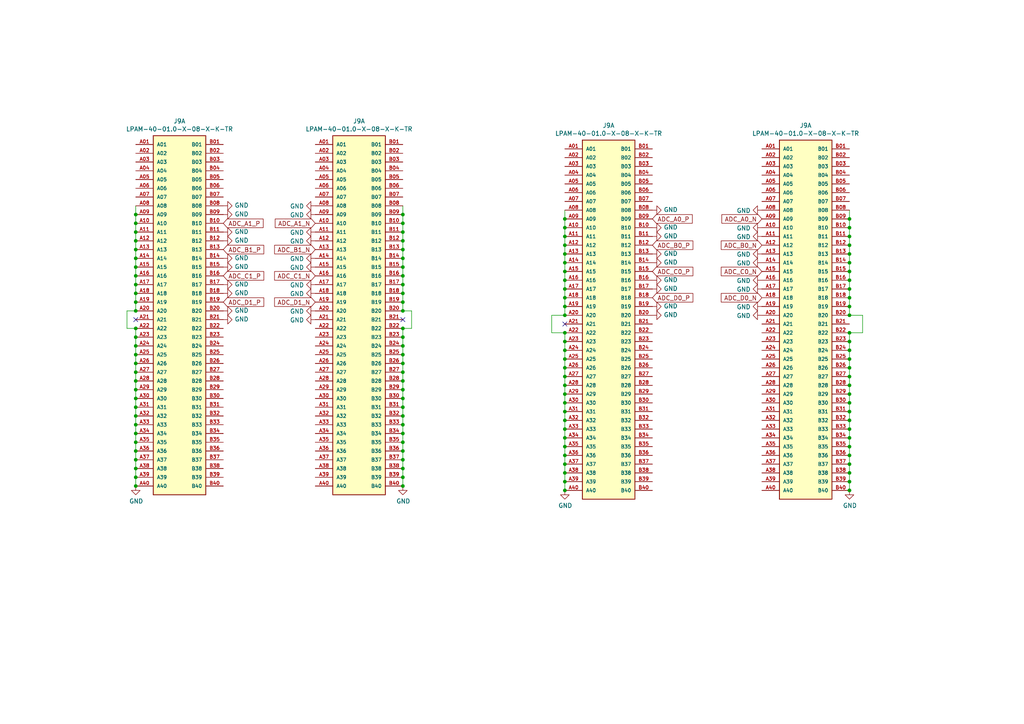
<source format=kicad_sch>
(kicad_sch (version 20211123) (generator eeschema)

  (uuid 430d6d73-9de6-41ca-b788-178d709f4aae)

  (paper "A4")

  (lib_symbols
    (symbol "RFSoC_Frontend_v0.1-rescue:LPAM-40-01.0-X-08-X-K-TR-SAMTEC-LPAM-RFSoC_Frontend_v0.1-rescue" (pin_names (offset 1.016)) (in_bom yes) (on_board yes)
      (property "Reference" "J" (id 0) (at -7.62 51.562 0)
        (effects (font (size 1.27 1.27)) (justify left bottom))
      )
      (property "Value" "LPAM-40-01.0-X-08-X-K-TR-SAMTEC-LPAM-RFSoC_Frontend_v0.1-rescue" (id 1) (at -7.62 -55.88 0)
        (effects (font (size 1.27 1.27)) (justify left bottom))
      )
      (property "Footprint" "SAMTEC_LPAM-40-01.0-X-08-X-K-TR" (id 2) (at 0 0 0)
        (effects (font (size 1.27 1.27)) (justify left bottom) hide)
      )
      (property "Datasheet" "" (id 3) (at 0 0 0)
        (effects (font (size 1.27 1.27)) (justify left bottom) hide)
      )
      (property "MANUFACTURER" "Samtec" (id 4) (at 0 0 0)
        (effects (font (size 1.27 1.27)) (justify left bottom) hide)
      )
      (property "PARTREV" "E" (id 5) (at 0 0 0)
        (effects (font (size 1.27 1.27)) (justify left bottom) hide)
      )
      (property "MAXIMUM_PACKAGE_HEIGHT" "3.68mm" (id 6) (at 0 0 0)
        (effects (font (size 1.27 1.27)) (justify left bottom) hide)
      )
      (property "STANDARD" "Manufacturer Recommendations" (id 7) (at 0 0 0)
        (effects (font (size 1.27 1.27)) (justify left bottom) hide)
      )
      (property "ki_locked" "" (id 8) (at 0 0 0)
        (effects (font (size 1.27 1.27)))
      )
      (symbol "LPAM-40-01.0-X-08-X-K-TR-SAMTEC-LPAM-RFSoC_Frontend_v0.1-rescue_1_0"
        (rectangle (start -7.62 -53.34) (end 7.62 50.8)
          (stroke (width 0.254) (type default) (color 0 0 0 0))
          (fill (type background))
        )
        (pin passive line (at -12.7 48.26 0) (length 5.08)
          (name "A01" (effects (font (size 1.016 1.016))))
          (number "A01" (effects (font (size 1.016 1.016))))
        )
        (pin passive line (at -12.7 45.72 0) (length 5.08)
          (name "A02" (effects (font (size 1.016 1.016))))
          (number "A02" (effects (font (size 1.016 1.016))))
        )
        (pin passive line (at -12.7 43.18 0) (length 5.08)
          (name "A03" (effects (font (size 1.016 1.016))))
          (number "A03" (effects (font (size 1.016 1.016))))
        )
        (pin passive line (at -12.7 40.64 0) (length 5.08)
          (name "A04" (effects (font (size 1.016 1.016))))
          (number "A04" (effects (font (size 1.016 1.016))))
        )
        (pin passive line (at -12.7 38.1 0) (length 5.08)
          (name "A05" (effects (font (size 1.016 1.016))))
          (number "A05" (effects (font (size 1.016 1.016))))
        )
        (pin passive line (at -12.7 35.56 0) (length 5.08)
          (name "A06" (effects (font (size 1.016 1.016))))
          (number "A06" (effects (font (size 1.016 1.016))))
        )
        (pin passive line (at -12.7 33.02 0) (length 5.08)
          (name "A07" (effects (font (size 1.016 1.016))))
          (number "A07" (effects (font (size 1.016 1.016))))
        )
        (pin passive line (at -12.7 30.48 0) (length 5.08)
          (name "A08" (effects (font (size 1.016 1.016))))
          (number "A08" (effects (font (size 1.016 1.016))))
        )
        (pin passive line (at -12.7 27.94 0) (length 5.08)
          (name "A09" (effects (font (size 1.016 1.016))))
          (number "A09" (effects (font (size 1.016 1.016))))
        )
        (pin passive line (at -12.7 25.4 0) (length 5.08)
          (name "A10" (effects (font (size 1.016 1.016))))
          (number "A10" (effects (font (size 1.016 1.016))))
        )
        (pin passive line (at -12.7 22.86 0) (length 5.08)
          (name "A11" (effects (font (size 1.016 1.016))))
          (number "A11" (effects (font (size 1.016 1.016))))
        )
        (pin passive line (at -12.7 20.32 0) (length 5.08)
          (name "A12" (effects (font (size 1.016 1.016))))
          (number "A12" (effects (font (size 1.016 1.016))))
        )
        (pin passive line (at -12.7 17.78 0) (length 5.08)
          (name "A13" (effects (font (size 1.016 1.016))))
          (number "A13" (effects (font (size 1.016 1.016))))
        )
        (pin passive line (at -12.7 15.24 0) (length 5.08)
          (name "A14" (effects (font (size 1.016 1.016))))
          (number "A14" (effects (font (size 1.016 1.016))))
        )
        (pin passive line (at -12.7 12.7 0) (length 5.08)
          (name "A15" (effects (font (size 1.016 1.016))))
          (number "A15" (effects (font (size 1.016 1.016))))
        )
        (pin passive line (at -12.7 10.16 0) (length 5.08)
          (name "A16" (effects (font (size 1.016 1.016))))
          (number "A16" (effects (font (size 1.016 1.016))))
        )
        (pin passive line (at -12.7 7.62 0) (length 5.08)
          (name "A17" (effects (font (size 1.016 1.016))))
          (number "A17" (effects (font (size 1.016 1.016))))
        )
        (pin passive line (at -12.7 5.08 0) (length 5.08)
          (name "A18" (effects (font (size 1.016 1.016))))
          (number "A18" (effects (font (size 1.016 1.016))))
        )
        (pin passive line (at -12.7 2.54 0) (length 5.08)
          (name "A19" (effects (font (size 1.016 1.016))))
          (number "A19" (effects (font (size 1.016 1.016))))
        )
        (pin passive line (at -12.7 0 0) (length 5.08)
          (name "A20" (effects (font (size 1.016 1.016))))
          (number "A20" (effects (font (size 1.016 1.016))))
        )
        (pin passive line (at -12.7 -2.54 0) (length 5.08)
          (name "A21" (effects (font (size 1.016 1.016))))
          (number "A21" (effects (font (size 1.016 1.016))))
        )
        (pin passive line (at -12.7 -5.08 0) (length 5.08)
          (name "A22" (effects (font (size 1.016 1.016))))
          (number "A22" (effects (font (size 1.016 1.016))))
        )
        (pin passive line (at -12.7 -7.62 0) (length 5.08)
          (name "A23" (effects (font (size 1.016 1.016))))
          (number "A23" (effects (font (size 1.016 1.016))))
        )
        (pin passive line (at -12.7 -10.16 0) (length 5.08)
          (name "A24" (effects (font (size 1.016 1.016))))
          (number "A24" (effects (font (size 1.016 1.016))))
        )
        (pin passive line (at -12.7 -12.7 0) (length 5.08)
          (name "A25" (effects (font (size 1.016 1.016))))
          (number "A25" (effects (font (size 1.016 1.016))))
        )
        (pin passive line (at -12.7 -15.24 0) (length 5.08)
          (name "A26" (effects (font (size 1.016 1.016))))
          (number "A26" (effects (font (size 1.016 1.016))))
        )
        (pin passive line (at -12.7 -17.78 0) (length 5.08)
          (name "A27" (effects (font (size 1.016 1.016))))
          (number "A27" (effects (font (size 1.016 1.016))))
        )
        (pin passive line (at -12.7 -20.32 0) (length 5.08)
          (name "A28" (effects (font (size 1.016 1.016))))
          (number "A28" (effects (font (size 1.016 1.016))))
        )
        (pin passive line (at -12.7 -22.86 0) (length 5.08)
          (name "A29" (effects (font (size 1.016 1.016))))
          (number "A29" (effects (font (size 1.016 1.016))))
        )
        (pin passive line (at -12.7 -25.4 0) (length 5.08)
          (name "A30" (effects (font (size 1.016 1.016))))
          (number "A30" (effects (font (size 1.016 1.016))))
        )
        (pin passive line (at -12.7 -27.94 0) (length 5.08)
          (name "A31" (effects (font (size 1.016 1.016))))
          (number "A31" (effects (font (size 1.016 1.016))))
        )
        (pin passive line (at -12.7 -30.48 0) (length 5.08)
          (name "A32" (effects (font (size 1.016 1.016))))
          (number "A32" (effects (font (size 1.016 1.016))))
        )
        (pin passive line (at -12.7 -33.02 0) (length 5.08)
          (name "A33" (effects (font (size 1.016 1.016))))
          (number "A33" (effects (font (size 1.016 1.016))))
        )
        (pin passive line (at -12.7 -35.56 0) (length 5.08)
          (name "A34" (effects (font (size 1.016 1.016))))
          (number "A34" (effects (font (size 1.016 1.016))))
        )
        (pin passive line (at -12.7 -38.1 0) (length 5.08)
          (name "A35" (effects (font (size 1.016 1.016))))
          (number "A35" (effects (font (size 1.016 1.016))))
        )
        (pin passive line (at -12.7 -40.64 0) (length 5.08)
          (name "A36" (effects (font (size 1.016 1.016))))
          (number "A36" (effects (font (size 1.016 1.016))))
        )
        (pin passive line (at -12.7 -43.18 0) (length 5.08)
          (name "A37" (effects (font (size 1.016 1.016))))
          (number "A37" (effects (font (size 1.016 1.016))))
        )
        (pin passive line (at -12.7 -45.72 0) (length 5.08)
          (name "A38" (effects (font (size 1.016 1.016))))
          (number "A38" (effects (font (size 1.016 1.016))))
        )
        (pin passive line (at -12.7 -48.26 0) (length 5.08)
          (name "A39" (effects (font (size 1.016 1.016))))
          (number "A39" (effects (font (size 1.016 1.016))))
        )
        (pin passive line (at -12.7 -50.8 0) (length 5.08)
          (name "A40" (effects (font (size 1.016 1.016))))
          (number "A40" (effects (font (size 1.016 1.016))))
        )
        (pin passive line (at 12.7 48.26 180) (length 5.08)
          (name "B01" (effects (font (size 1.016 1.016))))
          (number "B01" (effects (font (size 1.016 1.016))))
        )
        (pin passive line (at 12.7 45.72 180) (length 5.08)
          (name "B02" (effects (font (size 1.016 1.016))))
          (number "B02" (effects (font (size 1.016 1.016))))
        )
        (pin passive line (at 12.7 43.18 180) (length 5.08)
          (name "B03" (effects (font (size 1.016 1.016))))
          (number "B03" (effects (font (size 1.016 1.016))))
        )
        (pin passive line (at 12.7 40.64 180) (length 5.08)
          (name "B04" (effects (font (size 1.016 1.016))))
          (number "B04" (effects (font (size 1.016 1.016))))
        )
        (pin passive line (at 12.7 38.1 180) (length 5.08)
          (name "B05" (effects (font (size 1.016 1.016))))
          (number "B05" (effects (font (size 1.016 1.016))))
        )
        (pin passive line (at 12.7 35.56 180) (length 5.08)
          (name "B06" (effects (font (size 1.016 1.016))))
          (number "B06" (effects (font (size 1.016 1.016))))
        )
        (pin passive line (at 12.7 33.02 180) (length 5.08)
          (name "B07" (effects (font (size 1.016 1.016))))
          (number "B07" (effects (font (size 1.016 1.016))))
        )
        (pin passive line (at 12.7 30.48 180) (length 5.08)
          (name "B08" (effects (font (size 1.016 1.016))))
          (number "B08" (effects (font (size 1.016 1.016))))
        )
        (pin passive line (at 12.7 27.94 180) (length 5.08)
          (name "B09" (effects (font (size 1.016 1.016))))
          (number "B09" (effects (font (size 1.016 1.016))))
        )
        (pin passive line (at 12.7 25.4 180) (length 5.08)
          (name "B10" (effects (font (size 1.016 1.016))))
          (number "B10" (effects (font (size 1.016 1.016))))
        )
        (pin passive line (at 12.7 22.86 180) (length 5.08)
          (name "B11" (effects (font (size 1.016 1.016))))
          (number "B11" (effects (font (size 1.016 1.016))))
        )
        (pin passive line (at 12.7 20.32 180) (length 5.08)
          (name "B12" (effects (font (size 1.016 1.016))))
          (number "B12" (effects (font (size 1.016 1.016))))
        )
        (pin passive line (at 12.7 17.78 180) (length 5.08)
          (name "B13" (effects (font (size 1.016 1.016))))
          (number "B13" (effects (font (size 1.016 1.016))))
        )
        (pin passive line (at 12.7 15.24 180) (length 5.08)
          (name "B14" (effects (font (size 1.016 1.016))))
          (number "B14" (effects (font (size 1.016 1.016))))
        )
        (pin passive line (at 12.7 12.7 180) (length 5.08)
          (name "B15" (effects (font (size 1.016 1.016))))
          (number "B15" (effects (font (size 1.016 1.016))))
        )
        (pin passive line (at 12.7 10.16 180) (length 5.08)
          (name "B16" (effects (font (size 1.016 1.016))))
          (number "B16" (effects (font (size 1.016 1.016))))
        )
        (pin passive line (at 12.7 7.62 180) (length 5.08)
          (name "B17" (effects (font (size 1.016 1.016))))
          (number "B17" (effects (font (size 1.016 1.016))))
        )
        (pin passive line (at 12.7 5.08 180) (length 5.08)
          (name "B18" (effects (font (size 1.016 1.016))))
          (number "B18" (effects (font (size 1.016 1.016))))
        )
        (pin passive line (at 12.7 2.54 180) (length 5.08)
          (name "B19" (effects (font (size 1.016 1.016))))
          (number "B19" (effects (font (size 1.016 1.016))))
        )
        (pin passive line (at 12.7 0 180) (length 5.08)
          (name "B20" (effects (font (size 1.016 1.016))))
          (number "B20" (effects (font (size 1.016 1.016))))
        )
        (pin passive line (at 12.7 -2.54 180) (length 5.08)
          (name "B21" (effects (font (size 1.016 1.016))))
          (number "B21" (effects (font (size 1.016 1.016))))
        )
        (pin passive line (at 12.7 -5.08 180) (length 5.08)
          (name "B22" (effects (font (size 1.016 1.016))))
          (number "B22" (effects (font (size 1.016 1.016))))
        )
        (pin passive line (at 12.7 -7.62 180) (length 5.08)
          (name "B23" (effects (font (size 1.016 1.016))))
          (number "B23" (effects (font (size 1.016 1.016))))
        )
        (pin passive line (at 12.7 -10.16 180) (length 5.08)
          (name "B24" (effects (font (size 1.016 1.016))))
          (number "B24" (effects (font (size 1.016 1.016))))
        )
        (pin passive line (at 12.7 -12.7 180) (length 5.08)
          (name "B25" (effects (font (size 1.016 1.016))))
          (number "B25" (effects (font (size 1.016 1.016))))
        )
        (pin passive line (at 12.7 -15.24 180) (length 5.08)
          (name "B26" (effects (font (size 1.016 1.016))))
          (number "B26" (effects (font (size 1.016 1.016))))
        )
        (pin passive line (at 12.7 -17.78 180) (length 5.08)
          (name "B27" (effects (font (size 1.016 1.016))))
          (number "B27" (effects (font (size 1.016 1.016))))
        )
        (pin passive line (at 12.7 -20.32 180) (length 5.08)
          (name "B28" (effects (font (size 1.016 1.016))))
          (number "B28" (effects (font (size 1.016 1.016))))
        )
        (pin passive line (at 12.7 -22.86 180) (length 5.08)
          (name "B29" (effects (font (size 1.016 1.016))))
          (number "B29" (effects (font (size 1.016 1.016))))
        )
        (pin passive line (at 12.7 -25.4 180) (length 5.08)
          (name "B30" (effects (font (size 1.016 1.016))))
          (number "B30" (effects (font (size 1.016 1.016))))
        )
        (pin passive line (at 12.7 -27.94 180) (length 5.08)
          (name "B31" (effects (font (size 1.016 1.016))))
          (number "B31" (effects (font (size 1.016 1.016))))
        )
        (pin passive line (at 12.7 -30.48 180) (length 5.08)
          (name "B32" (effects (font (size 1.016 1.016))))
          (number "B32" (effects (font (size 1.016 1.016))))
        )
        (pin passive line (at 12.7 -33.02 180) (length 5.08)
          (name "B33" (effects (font (size 1.016 1.016))))
          (number "B33" (effects (font (size 1.016 1.016))))
        )
        (pin passive line (at 12.7 -35.56 180) (length 5.08)
          (name "B34" (effects (font (size 1.016 1.016))))
          (number "B34" (effects (font (size 1.016 1.016))))
        )
        (pin passive line (at 12.7 -38.1 180) (length 5.08)
          (name "B35" (effects (font (size 1.016 1.016))))
          (number "B35" (effects (font (size 1.016 1.016))))
        )
        (pin passive line (at 12.7 -40.64 180) (length 5.08)
          (name "B36" (effects (font (size 1.016 1.016))))
          (number "B36" (effects (font (size 1.016 1.016))))
        )
        (pin passive line (at 12.7 -43.18 180) (length 5.08)
          (name "B37" (effects (font (size 1.016 1.016))))
          (number "B37" (effects (font (size 1.016 1.016))))
        )
        (pin passive line (at 12.7 -45.72 180) (length 5.08)
          (name "B38" (effects (font (size 1.016 1.016))))
          (number "B38" (effects (font (size 1.016 1.016))))
        )
        (pin passive line (at 12.7 -48.26 180) (length 5.08)
          (name "B39" (effects (font (size 1.016 1.016))))
          (number "B39" (effects (font (size 1.016 1.016))))
        )
        (pin passive line (at 12.7 -50.8 180) (length 5.08)
          (name "B40" (effects (font (size 1.016 1.016))))
          (number "B40" (effects (font (size 1.016 1.016))))
        )
      )
      (symbol "LPAM-40-01.0-X-08-X-K-TR-SAMTEC-LPAM-RFSoC_Frontend_v0.1-rescue_2_0"
        (rectangle (start -7.62 -53.34) (end 7.62 50.8)
          (stroke (width 0.254) (type default) (color 0 0 0 0))
          (fill (type background))
        )
        (pin passive line (at -12.7 48.26 0) (length 5.08)
          (name "C01" (effects (font (size 1.016 1.016))))
          (number "C01" (effects (font (size 1.016 1.016))))
        )
        (pin passive line (at -12.7 45.72 0) (length 5.08)
          (name "C02" (effects (font (size 1.016 1.016))))
          (number "C02" (effects (font (size 1.016 1.016))))
        )
        (pin passive line (at -12.7 43.18 0) (length 5.08)
          (name "C03" (effects (font (size 1.016 1.016))))
          (number "C03" (effects (font (size 1.016 1.016))))
        )
        (pin passive line (at -12.7 40.64 0) (length 5.08)
          (name "C04" (effects (font (size 1.016 1.016))))
          (number "C04" (effects (font (size 1.016 1.016))))
        )
        (pin passive line (at -12.7 38.1 0) (length 5.08)
          (name "C05" (effects (font (size 1.016 1.016))))
          (number "C05" (effects (font (size 1.016 1.016))))
        )
        (pin passive line (at -12.7 35.56 0) (length 5.08)
          (name "C06" (effects (font (size 1.016 1.016))))
          (number "C06" (effects (font (size 1.016 1.016))))
        )
        (pin passive line (at -12.7 33.02 0) (length 5.08)
          (name "C07" (effects (font (size 1.016 1.016))))
          (number "C07" (effects (font (size 1.016 1.016))))
        )
        (pin passive line (at -12.7 30.48 0) (length 5.08)
          (name "C08" (effects (font (size 1.016 1.016))))
          (number "C08" (effects (font (size 1.016 1.016))))
        )
        (pin passive line (at -12.7 27.94 0) (length 5.08)
          (name "C09" (effects (font (size 1.016 1.016))))
          (number "C09" (effects (font (size 1.016 1.016))))
        )
        (pin passive line (at -12.7 25.4 0) (length 5.08)
          (name "C10" (effects (font (size 1.016 1.016))))
          (number "C10" (effects (font (size 1.016 1.016))))
        )
        (pin passive line (at -12.7 22.86 0) (length 5.08)
          (name "C11" (effects (font (size 1.016 1.016))))
          (number "C11" (effects (font (size 1.016 1.016))))
        )
        (pin passive line (at -12.7 20.32 0) (length 5.08)
          (name "C12" (effects (font (size 1.016 1.016))))
          (number "C12" (effects (font (size 1.016 1.016))))
        )
        (pin passive line (at -12.7 17.78 0) (length 5.08)
          (name "C13" (effects (font (size 1.016 1.016))))
          (number "C13" (effects (font (size 1.016 1.016))))
        )
        (pin passive line (at -12.7 15.24 0) (length 5.08)
          (name "C14" (effects (font (size 1.016 1.016))))
          (number "C14" (effects (font (size 1.016 1.016))))
        )
        (pin passive line (at -12.7 12.7 0) (length 5.08)
          (name "C15" (effects (font (size 1.016 1.016))))
          (number "C15" (effects (font (size 1.016 1.016))))
        )
        (pin passive line (at -12.7 10.16 0) (length 5.08)
          (name "C16" (effects (font (size 1.016 1.016))))
          (number "C16" (effects (font (size 1.016 1.016))))
        )
        (pin passive line (at -12.7 7.62 0) (length 5.08)
          (name "C17" (effects (font (size 1.016 1.016))))
          (number "C17" (effects (font (size 1.016 1.016))))
        )
        (pin passive line (at -12.7 5.08 0) (length 5.08)
          (name "C18" (effects (font (size 1.016 1.016))))
          (number "C18" (effects (font (size 1.016 1.016))))
        )
        (pin passive line (at -12.7 2.54 0) (length 5.08)
          (name "C19" (effects (font (size 1.016 1.016))))
          (number "C19" (effects (font (size 1.016 1.016))))
        )
        (pin passive line (at -12.7 0 0) (length 5.08)
          (name "C20" (effects (font (size 1.016 1.016))))
          (number "C20" (effects (font (size 1.016 1.016))))
        )
        (pin passive line (at -12.7 -2.54 0) (length 5.08)
          (name "C21" (effects (font (size 1.016 1.016))))
          (number "C21" (effects (font (size 1.016 1.016))))
        )
        (pin passive line (at -12.7 -5.08 0) (length 5.08)
          (name "C22" (effects (font (size 1.016 1.016))))
          (number "C22" (effects (font (size 1.016 1.016))))
        )
        (pin passive line (at -12.7 -7.62 0) (length 5.08)
          (name "C23" (effects (font (size 1.016 1.016))))
          (number "C23" (effects (font (size 1.016 1.016))))
        )
        (pin passive line (at -12.7 -10.16 0) (length 5.08)
          (name "C24" (effects (font (size 1.016 1.016))))
          (number "C24" (effects (font (size 1.016 1.016))))
        )
        (pin passive line (at -12.7 -12.7 0) (length 5.08)
          (name "C25" (effects (font (size 1.016 1.016))))
          (number "C25" (effects (font (size 1.016 1.016))))
        )
        (pin passive line (at -12.7 -15.24 0) (length 5.08)
          (name "C26" (effects (font (size 1.016 1.016))))
          (number "C26" (effects (font (size 1.016 1.016))))
        )
        (pin passive line (at -12.7 -17.78 0) (length 5.08)
          (name "C27" (effects (font (size 1.016 1.016))))
          (number "C27" (effects (font (size 1.016 1.016))))
        )
        (pin passive line (at -12.7 -20.32 0) (length 5.08)
          (name "C28" (effects (font (size 1.016 1.016))))
          (number "C28" (effects (font (size 1.016 1.016))))
        )
        (pin passive line (at -12.7 -22.86 0) (length 5.08)
          (name "C29" (effects (font (size 1.016 1.016))))
          (number "C29" (effects (font (size 1.016 1.016))))
        )
        (pin passive line (at -12.7 -25.4 0) (length 5.08)
          (name "C30" (effects (font (size 1.016 1.016))))
          (number "C30" (effects (font (size 1.016 1.016))))
        )
        (pin passive line (at -12.7 -27.94 0) (length 5.08)
          (name "C31" (effects (font (size 1.016 1.016))))
          (number "C31" (effects (font (size 1.016 1.016))))
        )
        (pin passive line (at -12.7 -30.48 0) (length 5.08)
          (name "C32" (effects (font (size 1.016 1.016))))
          (number "C32" (effects (font (size 1.016 1.016))))
        )
        (pin passive line (at -12.7 -33.02 0) (length 5.08)
          (name "C33" (effects (font (size 1.016 1.016))))
          (number "C33" (effects (font (size 1.016 1.016))))
        )
        (pin passive line (at -12.7 -35.56 0) (length 5.08)
          (name "C34" (effects (font (size 1.016 1.016))))
          (number "C34" (effects (font (size 1.016 1.016))))
        )
        (pin passive line (at -12.7 -38.1 0) (length 5.08)
          (name "C35" (effects (font (size 1.016 1.016))))
          (number "C35" (effects (font (size 1.016 1.016))))
        )
        (pin passive line (at -12.7 -40.64 0) (length 5.08)
          (name "C36" (effects (font (size 1.016 1.016))))
          (number "C36" (effects (font (size 1.016 1.016))))
        )
        (pin passive line (at -12.7 -43.18 0) (length 5.08)
          (name "C37" (effects (font (size 1.016 1.016))))
          (number "C37" (effects (font (size 1.016 1.016))))
        )
        (pin passive line (at -12.7 -45.72 0) (length 5.08)
          (name "C38" (effects (font (size 1.016 1.016))))
          (number "C38" (effects (font (size 1.016 1.016))))
        )
        (pin passive line (at -12.7 -48.26 0) (length 5.08)
          (name "C39" (effects (font (size 1.016 1.016))))
          (number "C39" (effects (font (size 1.016 1.016))))
        )
        (pin passive line (at -12.7 -50.8 0) (length 5.08)
          (name "C40" (effects (font (size 1.016 1.016))))
          (number "C40" (effects (font (size 1.016 1.016))))
        )
        (pin passive line (at 12.7 48.26 180) (length 5.08)
          (name "D01" (effects (font (size 1.016 1.016))))
          (number "D01" (effects (font (size 1.016 1.016))))
        )
        (pin passive line (at 12.7 45.72 180) (length 5.08)
          (name "D02" (effects (font (size 1.016 1.016))))
          (number "D02" (effects (font (size 1.016 1.016))))
        )
        (pin passive line (at 12.7 43.18 180) (length 5.08)
          (name "D03" (effects (font (size 1.016 1.016))))
          (number "D03" (effects (font (size 1.016 1.016))))
        )
        (pin passive line (at 12.7 40.64 180) (length 5.08)
          (name "D04" (effects (font (size 1.016 1.016))))
          (number "D04" (effects (font (size 1.016 1.016))))
        )
        (pin passive line (at 12.7 38.1 180) (length 5.08)
          (name "D05" (effects (font (size 1.016 1.016))))
          (number "D05" (effects (font (size 1.016 1.016))))
        )
        (pin passive line (at 12.7 35.56 180) (length 5.08)
          (name "D06" (effects (font (size 1.016 1.016))))
          (number "D06" (effects (font (size 1.016 1.016))))
        )
        (pin passive line (at 12.7 33.02 180) (length 5.08)
          (name "D07" (effects (font (size 1.016 1.016))))
          (number "D07" (effects (font (size 1.016 1.016))))
        )
        (pin passive line (at 12.7 30.48 180) (length 5.08)
          (name "D08" (effects (font (size 1.016 1.016))))
          (number "D08" (effects (font (size 1.016 1.016))))
        )
        (pin passive line (at 12.7 27.94 180) (length 5.08)
          (name "D09" (effects (font (size 1.016 1.016))))
          (number "D09" (effects (font (size 1.016 1.016))))
        )
        (pin passive line (at 12.7 25.4 180) (length 5.08)
          (name "D10" (effects (font (size 1.016 1.016))))
          (number "D10" (effects (font (size 1.016 1.016))))
        )
        (pin passive line (at 12.7 22.86 180) (length 5.08)
          (name "D11" (effects (font (size 1.016 1.016))))
          (number "D11" (effects (font (size 1.016 1.016))))
        )
        (pin passive line (at 12.7 20.32 180) (length 5.08)
          (name "D12" (effects (font (size 1.016 1.016))))
          (number "D12" (effects (font (size 1.016 1.016))))
        )
        (pin passive line (at 12.7 17.78 180) (length 5.08)
          (name "D13" (effects (font (size 1.016 1.016))))
          (number "D13" (effects (font (size 1.016 1.016))))
        )
        (pin passive line (at 12.7 15.24 180) (length 5.08)
          (name "D14" (effects (font (size 1.016 1.016))))
          (number "D14" (effects (font (size 1.016 1.016))))
        )
        (pin passive line (at 12.7 12.7 180) (length 5.08)
          (name "D15" (effects (font (size 1.016 1.016))))
          (number "D15" (effects (font (size 1.016 1.016))))
        )
        (pin passive line (at 12.7 10.16 180) (length 5.08)
          (name "D16" (effects (font (size 1.016 1.016))))
          (number "D16" (effects (font (size 1.016 1.016))))
        )
        (pin passive line (at 12.7 7.62 180) (length 5.08)
          (name "D17" (effects (font (size 1.016 1.016))))
          (number "D17" (effects (font (size 1.016 1.016))))
        )
        (pin passive line (at 12.7 5.08 180) (length 5.08)
          (name "D18" (effects (font (size 1.016 1.016))))
          (number "D18" (effects (font (size 1.016 1.016))))
        )
        (pin passive line (at 12.7 2.54 180) (length 5.08)
          (name "D19" (effects (font (size 1.016 1.016))))
          (number "D19" (effects (font (size 1.016 1.016))))
        )
        (pin passive line (at 12.7 0 180) (length 5.08)
          (name "D20" (effects (font (size 1.016 1.016))))
          (number "D20" (effects (font (size 1.016 1.016))))
        )
        (pin passive line (at 12.7 -2.54 180) (length 5.08)
          (name "D21" (effects (font (size 1.016 1.016))))
          (number "D21" (effects (font (size 1.016 1.016))))
        )
        (pin passive line (at 12.7 -5.08 180) (length 5.08)
          (name "D22" (effects (font (size 1.016 1.016))))
          (number "D22" (effects (font (size 1.016 1.016))))
        )
        (pin passive line (at 12.7 -7.62 180) (length 5.08)
          (name "D23" (effects (font (size 1.016 1.016))))
          (number "D23" (effects (font (size 1.016 1.016))))
        )
        (pin passive line (at 12.7 -10.16 180) (length 5.08)
          (name "D24" (effects (font (size 1.016 1.016))))
          (number "D24" (effects (font (size 1.016 1.016))))
        )
        (pin passive line (at 12.7 -12.7 180) (length 5.08)
          (name "D25" (effects (font (size 1.016 1.016))))
          (number "D25" (effects (font (size 1.016 1.016))))
        )
        (pin passive line (at 12.7 -15.24 180) (length 5.08)
          (name "D26" (effects (font (size 1.016 1.016))))
          (number "D26" (effects (font (size 1.016 1.016))))
        )
        (pin passive line (at 12.7 -17.78 180) (length 5.08)
          (name "D27" (effects (font (size 1.016 1.016))))
          (number "D27" (effects (font (size 1.016 1.016))))
        )
        (pin passive line (at 12.7 -20.32 180) (length 5.08)
          (name "D28" (effects (font (size 1.016 1.016))))
          (number "D28" (effects (font (size 1.016 1.016))))
        )
        (pin passive line (at 12.7 -22.86 180) (length 5.08)
          (name "D29" (effects (font (size 1.016 1.016))))
          (number "D29" (effects (font (size 1.016 1.016))))
        )
        (pin passive line (at 12.7 -25.4 180) (length 5.08)
          (name "D30" (effects (font (size 1.016 1.016))))
          (number "D30" (effects (font (size 1.016 1.016))))
        )
        (pin passive line (at 12.7 -27.94 180) (length 5.08)
          (name "D31" (effects (font (size 1.016 1.016))))
          (number "D31" (effects (font (size 1.016 1.016))))
        )
        (pin passive line (at 12.7 -30.48 180) (length 5.08)
          (name "D32" (effects (font (size 1.016 1.016))))
          (number "D32" (effects (font (size 1.016 1.016))))
        )
        (pin passive line (at 12.7 -33.02 180) (length 5.08)
          (name "D33" (effects (font (size 1.016 1.016))))
          (number "D33" (effects (font (size 1.016 1.016))))
        )
        (pin passive line (at 12.7 -35.56 180) (length 5.08)
          (name "D34" (effects (font (size 1.016 1.016))))
          (number "D34" (effects (font (size 1.016 1.016))))
        )
        (pin passive line (at 12.7 -38.1 180) (length 5.08)
          (name "D35" (effects (font (size 1.016 1.016))))
          (number "D35" (effects (font (size 1.016 1.016))))
        )
        (pin passive line (at 12.7 -40.64 180) (length 5.08)
          (name "D36" (effects (font (size 1.016 1.016))))
          (number "D36" (effects (font (size 1.016 1.016))))
        )
        (pin passive line (at 12.7 -43.18 180) (length 5.08)
          (name "D37" (effects (font (size 1.016 1.016))))
          (number "D37" (effects (font (size 1.016 1.016))))
        )
        (pin passive line (at 12.7 -45.72 180) (length 5.08)
          (name "D38" (effects (font (size 1.016 1.016))))
          (number "D38" (effects (font (size 1.016 1.016))))
        )
        (pin passive line (at 12.7 -48.26 180) (length 5.08)
          (name "D39" (effects (font (size 1.016 1.016))))
          (number "D39" (effects (font (size 1.016 1.016))))
        )
        (pin passive line (at 12.7 -50.8 180) (length 5.08)
          (name "D40" (effects (font (size 1.016 1.016))))
          (number "D40" (effects (font (size 1.016 1.016))))
        )
      )
      (symbol "LPAM-40-01.0-X-08-X-K-TR-SAMTEC-LPAM-RFSoC_Frontend_v0.1-rescue_3_0"
        (rectangle (start -7.62 -53.34) (end 7.62 50.8)
          (stroke (width 0.254) (type default) (color 0 0 0 0))
          (fill (type background))
        )
        (pin passive line (at -12.7 48.26 0) (length 5.08)
          (name "E01" (effects (font (size 1.016 1.016))))
          (number "E01" (effects (font (size 1.016 1.016))))
        )
        (pin passive line (at -12.7 45.72 0) (length 5.08)
          (name "E02" (effects (font (size 1.016 1.016))))
          (number "E02" (effects (font (size 1.016 1.016))))
        )
        (pin passive line (at -12.7 43.18 0) (length 5.08)
          (name "E03" (effects (font (size 1.016 1.016))))
          (number "E03" (effects (font (size 1.016 1.016))))
        )
        (pin passive line (at -12.7 40.64 0) (length 5.08)
          (name "E04" (effects (font (size 1.016 1.016))))
          (number "E04" (effects (font (size 1.016 1.016))))
        )
        (pin passive line (at -12.7 38.1 0) (length 5.08)
          (name "E05" (effects (font (size 1.016 1.016))))
          (number "E05" (effects (font (size 1.016 1.016))))
        )
        (pin passive line (at -12.7 35.56 0) (length 5.08)
          (name "E06" (effects (font (size 1.016 1.016))))
          (number "E06" (effects (font (size 1.016 1.016))))
        )
        (pin passive line (at -12.7 33.02 0) (length 5.08)
          (name "E07" (effects (font (size 1.016 1.016))))
          (number "E07" (effects (font (size 1.016 1.016))))
        )
        (pin passive line (at -12.7 30.48 0) (length 5.08)
          (name "E08" (effects (font (size 1.016 1.016))))
          (number "E08" (effects (font (size 1.016 1.016))))
        )
        (pin passive line (at -12.7 27.94 0) (length 5.08)
          (name "E09" (effects (font (size 1.016 1.016))))
          (number "E09" (effects (font (size 1.016 1.016))))
        )
        (pin passive line (at -12.7 25.4 0) (length 5.08)
          (name "E10" (effects (font (size 1.016 1.016))))
          (number "E10" (effects (font (size 1.016 1.016))))
        )
        (pin passive line (at -12.7 22.86 0) (length 5.08)
          (name "E11" (effects (font (size 1.016 1.016))))
          (number "E11" (effects (font (size 1.016 1.016))))
        )
        (pin passive line (at -12.7 20.32 0) (length 5.08)
          (name "E12" (effects (font (size 1.016 1.016))))
          (number "E12" (effects (font (size 1.016 1.016))))
        )
        (pin passive line (at -12.7 17.78 0) (length 5.08)
          (name "E13" (effects (font (size 1.016 1.016))))
          (number "E13" (effects (font (size 1.016 1.016))))
        )
        (pin passive line (at -12.7 15.24 0) (length 5.08)
          (name "E14" (effects (font (size 1.016 1.016))))
          (number "E14" (effects (font (size 1.016 1.016))))
        )
        (pin passive line (at -12.7 12.7 0) (length 5.08)
          (name "E15" (effects (font (size 1.016 1.016))))
          (number "E15" (effects (font (size 1.016 1.016))))
        )
        (pin passive line (at -12.7 10.16 0) (length 5.08)
          (name "E16" (effects (font (size 1.016 1.016))))
          (number "E16" (effects (font (size 1.016 1.016))))
        )
        (pin passive line (at -12.7 7.62 0) (length 5.08)
          (name "E17" (effects (font (size 1.016 1.016))))
          (number "E17" (effects (font (size 1.016 1.016))))
        )
        (pin passive line (at -12.7 5.08 0) (length 5.08)
          (name "E18" (effects (font (size 1.016 1.016))))
          (number "E18" (effects (font (size 1.016 1.016))))
        )
        (pin passive line (at -12.7 2.54 0) (length 5.08)
          (name "E19" (effects (font (size 1.016 1.016))))
          (number "E19" (effects (font (size 1.016 1.016))))
        )
        (pin passive line (at -12.7 0 0) (length 5.08)
          (name "E20" (effects (font (size 1.016 1.016))))
          (number "E20" (effects (font (size 1.016 1.016))))
        )
        (pin passive line (at -12.7 -2.54 0) (length 5.08)
          (name "E21" (effects (font (size 1.016 1.016))))
          (number "E21" (effects (font (size 1.016 1.016))))
        )
        (pin passive line (at -12.7 -5.08 0) (length 5.08)
          (name "E22" (effects (font (size 1.016 1.016))))
          (number "E22" (effects (font (size 1.016 1.016))))
        )
        (pin passive line (at -12.7 -7.62 0) (length 5.08)
          (name "E23" (effects (font (size 1.016 1.016))))
          (number "E23" (effects (font (size 1.016 1.016))))
        )
        (pin passive line (at -12.7 -10.16 0) (length 5.08)
          (name "E24" (effects (font (size 1.016 1.016))))
          (number "E24" (effects (font (size 1.016 1.016))))
        )
        (pin passive line (at -12.7 -12.7 0) (length 5.08)
          (name "E25" (effects (font (size 1.016 1.016))))
          (number "E25" (effects (font (size 1.016 1.016))))
        )
        (pin passive line (at -12.7 -15.24 0) (length 5.08)
          (name "E26" (effects (font (size 1.016 1.016))))
          (number "E26" (effects (font (size 1.016 1.016))))
        )
        (pin passive line (at -12.7 -17.78 0) (length 5.08)
          (name "E27" (effects (font (size 1.016 1.016))))
          (number "E27" (effects (font (size 1.016 1.016))))
        )
        (pin passive line (at -12.7 -20.32 0) (length 5.08)
          (name "E28" (effects (font (size 1.016 1.016))))
          (number "E28" (effects (font (size 1.016 1.016))))
        )
        (pin passive line (at -12.7 -22.86 0) (length 5.08)
          (name "E29" (effects (font (size 1.016 1.016))))
          (number "E29" (effects (font (size 1.016 1.016))))
        )
        (pin passive line (at -12.7 -25.4 0) (length 5.08)
          (name "E30" (effects (font (size 1.016 1.016))))
          (number "E30" (effects (font (size 1.016 1.016))))
        )
        (pin passive line (at -12.7 -27.94 0) (length 5.08)
          (name "E31" (effects (font (size 1.016 1.016))))
          (number "E31" (effects (font (size 1.016 1.016))))
        )
        (pin passive line (at -12.7 -30.48 0) (length 5.08)
          (name "E32" (effects (font (size 1.016 1.016))))
          (number "E32" (effects (font (size 1.016 1.016))))
        )
        (pin passive line (at -12.7 -33.02 0) (length 5.08)
          (name "E33" (effects (font (size 1.016 1.016))))
          (number "E33" (effects (font (size 1.016 1.016))))
        )
        (pin passive line (at -12.7 -35.56 0) (length 5.08)
          (name "E34" (effects (font (size 1.016 1.016))))
          (number "E34" (effects (font (size 1.016 1.016))))
        )
        (pin passive line (at -12.7 -38.1 0) (length 5.08)
          (name "E35" (effects (font (size 1.016 1.016))))
          (number "E35" (effects (font (size 1.016 1.016))))
        )
        (pin passive line (at -12.7 -40.64 0) (length 5.08)
          (name "E36" (effects (font (size 1.016 1.016))))
          (number "E36" (effects (font (size 1.016 1.016))))
        )
        (pin passive line (at -12.7 -43.18 0) (length 5.08)
          (name "E37" (effects (font (size 1.016 1.016))))
          (number "E37" (effects (font (size 1.016 1.016))))
        )
        (pin passive line (at -12.7 -45.72 0) (length 5.08)
          (name "E38" (effects (font (size 1.016 1.016))))
          (number "E38" (effects (font (size 1.016 1.016))))
        )
        (pin passive line (at -12.7 -48.26 0) (length 5.08)
          (name "E39" (effects (font (size 1.016 1.016))))
          (number "E39" (effects (font (size 1.016 1.016))))
        )
        (pin passive line (at -12.7 -50.8 0) (length 5.08)
          (name "E40" (effects (font (size 1.016 1.016))))
          (number "E40" (effects (font (size 1.016 1.016))))
        )
        (pin passive line (at 12.7 48.26 180) (length 5.08)
          (name "F01" (effects (font (size 1.016 1.016))))
          (number "F01" (effects (font (size 1.016 1.016))))
        )
        (pin passive line (at 12.7 45.72 180) (length 5.08)
          (name "F02" (effects (font (size 1.016 1.016))))
          (number "F02" (effects (font (size 1.016 1.016))))
        )
        (pin passive line (at 12.7 43.18 180) (length 5.08)
          (name "F03" (effects (font (size 1.016 1.016))))
          (number "F03" (effects (font (size 1.016 1.016))))
        )
        (pin passive line (at 12.7 40.64 180) (length 5.08)
          (name "F04" (effects (font (size 1.016 1.016))))
          (number "F04" (effects (font (size 1.016 1.016))))
        )
        (pin passive line (at 12.7 38.1 180) (length 5.08)
          (name "F05" (effects (font (size 1.016 1.016))))
          (number "F05" (effects (font (size 1.016 1.016))))
        )
        (pin passive line (at 12.7 35.56 180) (length 5.08)
          (name "F06" (effects (font (size 1.016 1.016))))
          (number "F06" (effects (font (size 1.016 1.016))))
        )
        (pin passive line (at 12.7 33.02 180) (length 5.08)
          (name "F07" (effects (font (size 1.016 1.016))))
          (number "F07" (effects (font (size 1.016 1.016))))
        )
        (pin passive line (at 12.7 30.48 180) (length 5.08)
          (name "F08" (effects (font (size 1.016 1.016))))
          (number "F08" (effects (font (size 1.016 1.016))))
        )
        (pin passive line (at 12.7 27.94 180) (length 5.08)
          (name "F09" (effects (font (size 1.016 1.016))))
          (number "F09" (effects (font (size 1.016 1.016))))
        )
        (pin passive line (at 12.7 25.4 180) (length 5.08)
          (name "F10" (effects (font (size 1.016 1.016))))
          (number "F10" (effects (font (size 1.016 1.016))))
        )
        (pin passive line (at 12.7 22.86 180) (length 5.08)
          (name "F11" (effects (font (size 1.016 1.016))))
          (number "F11" (effects (font (size 1.016 1.016))))
        )
        (pin passive line (at 12.7 20.32 180) (length 5.08)
          (name "F12" (effects (font (size 1.016 1.016))))
          (number "F12" (effects (font (size 1.016 1.016))))
        )
        (pin passive line (at 12.7 17.78 180) (length 5.08)
          (name "F13" (effects (font (size 1.016 1.016))))
          (number "F13" (effects (font (size 1.016 1.016))))
        )
        (pin passive line (at 12.7 15.24 180) (length 5.08)
          (name "F14" (effects (font (size 1.016 1.016))))
          (number "F14" (effects (font (size 1.016 1.016))))
        )
        (pin passive line (at 12.7 12.7 180) (length 5.08)
          (name "F15" (effects (font (size 1.016 1.016))))
          (number "F15" (effects (font (size 1.016 1.016))))
        )
        (pin passive line (at 12.7 10.16 180) (length 5.08)
          (name "F16" (effects (font (size 1.016 1.016))))
          (number "F16" (effects (font (size 1.016 1.016))))
        )
        (pin passive line (at 12.7 7.62 180) (length 5.08)
          (name "F17" (effects (font (size 1.016 1.016))))
          (number "F17" (effects (font (size 1.016 1.016))))
        )
        (pin passive line (at 12.7 5.08 180) (length 5.08)
          (name "F18" (effects (font (size 1.016 1.016))))
          (number "F18" (effects (font (size 1.016 1.016))))
        )
        (pin passive line (at 12.7 2.54 180) (length 5.08)
          (name "F19" (effects (font (size 1.016 1.016))))
          (number "F19" (effects (font (size 1.016 1.016))))
        )
        (pin passive line (at 12.7 0 180) (length 5.08)
          (name "F20" (effects (font (size 1.016 1.016))))
          (number "F20" (effects (font (size 1.016 1.016))))
        )
        (pin passive line (at 12.7 -2.54 180) (length 5.08)
          (name "F21" (effects (font (size 1.016 1.016))))
          (number "F21" (effects (font (size 1.016 1.016))))
        )
        (pin passive line (at 12.7 -5.08 180) (length 5.08)
          (name "F22" (effects (font (size 1.016 1.016))))
          (number "F22" (effects (font (size 1.016 1.016))))
        )
        (pin passive line (at 12.7 -7.62 180) (length 5.08)
          (name "F23" (effects (font (size 1.016 1.016))))
          (number "F23" (effects (font (size 1.016 1.016))))
        )
        (pin passive line (at 12.7 -10.16 180) (length 5.08)
          (name "F24" (effects (font (size 1.016 1.016))))
          (number "F24" (effects (font (size 1.016 1.016))))
        )
        (pin passive line (at 12.7 -12.7 180) (length 5.08)
          (name "F25" (effects (font (size 1.016 1.016))))
          (number "F25" (effects (font (size 1.016 1.016))))
        )
        (pin passive line (at 12.7 -15.24 180) (length 5.08)
          (name "F26" (effects (font (size 1.016 1.016))))
          (number "F26" (effects (font (size 1.016 1.016))))
        )
        (pin passive line (at 12.7 -17.78 180) (length 5.08)
          (name "F27" (effects (font (size 1.016 1.016))))
          (number "F27" (effects (font (size 1.016 1.016))))
        )
        (pin passive line (at 12.7 -20.32 180) (length 5.08)
          (name "F28" (effects (font (size 1.016 1.016))))
          (number "F28" (effects (font (size 1.016 1.016))))
        )
        (pin passive line (at 12.7 -22.86 180) (length 5.08)
          (name "F29" (effects (font (size 1.016 1.016))))
          (number "F29" (effects (font (size 1.016 1.016))))
        )
        (pin passive line (at 12.7 -25.4 180) (length 5.08)
          (name "F30" (effects (font (size 1.016 1.016))))
          (number "F30" (effects (font (size 1.016 1.016))))
        )
        (pin passive line (at 12.7 -27.94 180) (length 5.08)
          (name "F31" (effects (font (size 1.016 1.016))))
          (number "F31" (effects (font (size 1.016 1.016))))
        )
        (pin passive line (at 12.7 -30.48 180) (length 5.08)
          (name "F32" (effects (font (size 1.016 1.016))))
          (number "F32" (effects (font (size 1.016 1.016))))
        )
        (pin passive line (at 12.7 -33.02 180) (length 5.08)
          (name "F33" (effects (font (size 1.016 1.016))))
          (number "F33" (effects (font (size 1.016 1.016))))
        )
        (pin passive line (at 12.7 -35.56 180) (length 5.08)
          (name "F34" (effects (font (size 1.016 1.016))))
          (number "F34" (effects (font (size 1.016 1.016))))
        )
        (pin passive line (at 12.7 -38.1 180) (length 5.08)
          (name "F35" (effects (font (size 1.016 1.016))))
          (number "F35" (effects (font (size 1.016 1.016))))
        )
        (pin passive line (at 12.7 -40.64 180) (length 5.08)
          (name "F36" (effects (font (size 1.016 1.016))))
          (number "F36" (effects (font (size 1.016 1.016))))
        )
        (pin passive line (at 12.7 -43.18 180) (length 5.08)
          (name "F37" (effects (font (size 1.016 1.016))))
          (number "F37" (effects (font (size 1.016 1.016))))
        )
        (pin passive line (at 12.7 -45.72 180) (length 5.08)
          (name "F38" (effects (font (size 1.016 1.016))))
          (number "F38" (effects (font (size 1.016 1.016))))
        )
        (pin passive line (at 12.7 -48.26 180) (length 5.08)
          (name "F39" (effects (font (size 1.016 1.016))))
          (number "F39" (effects (font (size 1.016 1.016))))
        )
        (pin passive line (at 12.7 -50.8 180) (length 5.08)
          (name "F40" (effects (font (size 1.016 1.016))))
          (number "F40" (effects (font (size 1.016 1.016))))
        )
      )
      (symbol "LPAM-40-01.0-X-08-X-K-TR-SAMTEC-LPAM-RFSoC_Frontend_v0.1-rescue_4_0"
        (rectangle (start -7.62 -53.34) (end 7.62 50.8)
          (stroke (width 0.254) (type default) (color 0 0 0 0))
          (fill (type background))
        )
        (pin passive line (at -12.7 48.26 0) (length 5.08)
          (name "G01" (effects (font (size 1.016 1.016))))
          (number "G01" (effects (font (size 1.016 1.016))))
        )
        (pin passive line (at -12.7 45.72 0) (length 5.08)
          (name "G02" (effects (font (size 1.016 1.016))))
          (number "G02" (effects (font (size 1.016 1.016))))
        )
        (pin passive line (at -12.7 43.18 0) (length 5.08)
          (name "G03" (effects (font (size 1.016 1.016))))
          (number "G03" (effects (font (size 1.016 1.016))))
        )
        (pin passive line (at -12.7 40.64 0) (length 5.08)
          (name "G04" (effects (font (size 1.016 1.016))))
          (number "G04" (effects (font (size 1.016 1.016))))
        )
        (pin passive line (at -12.7 38.1 0) (length 5.08)
          (name "G05" (effects (font (size 1.016 1.016))))
          (number "G05" (effects (font (size 1.016 1.016))))
        )
        (pin passive line (at -12.7 35.56 0) (length 5.08)
          (name "G06" (effects (font (size 1.016 1.016))))
          (number "G06" (effects (font (size 1.016 1.016))))
        )
        (pin passive line (at -12.7 33.02 0) (length 5.08)
          (name "G07" (effects (font (size 1.016 1.016))))
          (number "G07" (effects (font (size 1.016 1.016))))
        )
        (pin passive line (at -12.7 30.48 0) (length 5.08)
          (name "G08" (effects (font (size 1.016 1.016))))
          (number "G08" (effects (font (size 1.016 1.016))))
        )
        (pin passive line (at -12.7 27.94 0) (length 5.08)
          (name "G09" (effects (font (size 1.016 1.016))))
          (number "G09" (effects (font (size 1.016 1.016))))
        )
        (pin passive line (at -12.7 25.4 0) (length 5.08)
          (name "G10" (effects (font (size 1.016 1.016))))
          (number "G10" (effects (font (size 1.016 1.016))))
        )
        (pin passive line (at -12.7 22.86 0) (length 5.08)
          (name "G11" (effects (font (size 1.016 1.016))))
          (number "G11" (effects (font (size 1.016 1.016))))
        )
        (pin passive line (at -12.7 20.32 0) (length 5.08)
          (name "G12" (effects (font (size 1.016 1.016))))
          (number "G12" (effects (font (size 1.016 1.016))))
        )
        (pin passive line (at -12.7 17.78 0) (length 5.08)
          (name "G13" (effects (font (size 1.016 1.016))))
          (number "G13" (effects (font (size 1.016 1.016))))
        )
        (pin passive line (at -12.7 15.24 0) (length 5.08)
          (name "G14" (effects (font (size 1.016 1.016))))
          (number "G14" (effects (font (size 1.016 1.016))))
        )
        (pin passive line (at -12.7 12.7 0) (length 5.08)
          (name "G15" (effects (font (size 1.016 1.016))))
          (number "G15" (effects (font (size 1.016 1.016))))
        )
        (pin passive line (at -12.7 10.16 0) (length 5.08)
          (name "G16" (effects (font (size 1.016 1.016))))
          (number "G16" (effects (font (size 1.016 1.016))))
        )
        (pin passive line (at -12.7 7.62 0) (length 5.08)
          (name "G17" (effects (font (size 1.016 1.016))))
          (number "G17" (effects (font (size 1.016 1.016))))
        )
        (pin passive line (at -12.7 5.08 0) (length 5.08)
          (name "G18" (effects (font (size 1.016 1.016))))
          (number "G18" (effects (font (size 1.016 1.016))))
        )
        (pin passive line (at -12.7 2.54 0) (length 5.08)
          (name "G19" (effects (font (size 1.016 1.016))))
          (number "G19" (effects (font (size 1.016 1.016))))
        )
        (pin passive line (at -12.7 0 0) (length 5.08)
          (name "G20" (effects (font (size 1.016 1.016))))
          (number "G20" (effects (font (size 1.016 1.016))))
        )
        (pin passive line (at -12.7 -2.54 0) (length 5.08)
          (name "G21" (effects (font (size 1.016 1.016))))
          (number "G21" (effects (font (size 1.016 1.016))))
        )
        (pin passive line (at -12.7 -5.08 0) (length 5.08)
          (name "G22" (effects (font (size 1.016 1.016))))
          (number "G22" (effects (font (size 1.016 1.016))))
        )
        (pin passive line (at -12.7 -7.62 0) (length 5.08)
          (name "G23" (effects (font (size 1.016 1.016))))
          (number "G23" (effects (font (size 1.016 1.016))))
        )
        (pin passive line (at -12.7 -10.16 0) (length 5.08)
          (name "G24" (effects (font (size 1.016 1.016))))
          (number "G24" (effects (font (size 1.016 1.016))))
        )
        (pin passive line (at -12.7 -12.7 0) (length 5.08)
          (name "G25" (effects (font (size 1.016 1.016))))
          (number "G25" (effects (font (size 1.016 1.016))))
        )
        (pin passive line (at -12.7 -15.24 0) (length 5.08)
          (name "G26" (effects (font (size 1.016 1.016))))
          (number "G26" (effects (font (size 1.016 1.016))))
        )
        (pin passive line (at -12.7 -17.78 0) (length 5.08)
          (name "G27" (effects (font (size 1.016 1.016))))
          (number "G27" (effects (font (size 1.016 1.016))))
        )
        (pin passive line (at -12.7 -20.32 0) (length 5.08)
          (name "G28" (effects (font (size 1.016 1.016))))
          (number "G28" (effects (font (size 1.016 1.016))))
        )
        (pin passive line (at -12.7 -22.86 0) (length 5.08)
          (name "G29" (effects (font (size 1.016 1.016))))
          (number "G29" (effects (font (size 1.016 1.016))))
        )
        (pin passive line (at -12.7 -25.4 0) (length 5.08)
          (name "G30" (effects (font (size 1.016 1.016))))
          (number "G30" (effects (font (size 1.016 1.016))))
        )
        (pin passive line (at -12.7 -27.94 0) (length 5.08)
          (name "G31" (effects (font (size 1.016 1.016))))
          (number "G31" (effects (font (size 1.016 1.016))))
        )
        (pin passive line (at -12.7 -30.48 0) (length 5.08)
          (name "G32" (effects (font (size 1.016 1.016))))
          (number "G32" (effects (font (size 1.016 1.016))))
        )
        (pin passive line (at -12.7 -33.02 0) (length 5.08)
          (name "G33" (effects (font (size 1.016 1.016))))
          (number "G33" (effects (font (size 1.016 1.016))))
        )
        (pin passive line (at -12.7 -35.56 0) (length 5.08)
          (name "G34" (effects (font (size 1.016 1.016))))
          (number "G34" (effects (font (size 1.016 1.016))))
        )
        (pin passive line (at -12.7 -38.1 0) (length 5.08)
          (name "G35" (effects (font (size 1.016 1.016))))
          (number "G35" (effects (font (size 1.016 1.016))))
        )
        (pin passive line (at -12.7 -40.64 0) (length 5.08)
          (name "G36" (effects (font (size 1.016 1.016))))
          (number "G36" (effects (font (size 1.016 1.016))))
        )
        (pin passive line (at -12.7 -43.18 0) (length 5.08)
          (name "G37" (effects (font (size 1.016 1.016))))
          (number "G37" (effects (font (size 1.016 1.016))))
        )
        (pin passive line (at -12.7 -45.72 0) (length 5.08)
          (name "G38" (effects (font (size 1.016 1.016))))
          (number "G38" (effects (font (size 1.016 1.016))))
        )
        (pin passive line (at -12.7 -48.26 0) (length 5.08)
          (name "G39" (effects (font (size 1.016 1.016))))
          (number "G39" (effects (font (size 1.016 1.016))))
        )
        (pin passive line (at -12.7 -50.8 0) (length 5.08)
          (name "G40" (effects (font (size 1.016 1.016))))
          (number "G40" (effects (font (size 1.016 1.016))))
        )
        (pin passive line (at 12.7 48.26 180) (length 5.08)
          (name "H01" (effects (font (size 1.016 1.016))))
          (number "H01" (effects (font (size 1.016 1.016))))
        )
        (pin passive line (at 12.7 45.72 180) (length 5.08)
          (name "H02" (effects (font (size 1.016 1.016))))
          (number "H02" (effects (font (size 1.016 1.016))))
        )
        (pin passive line (at 12.7 43.18 180) (length 5.08)
          (name "H03" (effects (font (size 1.016 1.016))))
          (number "H03" (effects (font (size 1.016 1.016))))
        )
        (pin passive line (at 12.7 40.64 180) (length 5.08)
          (name "H04" (effects (font (size 1.016 1.016))))
          (number "H04" (effects (font (size 1.016 1.016))))
        )
        (pin passive line (at 12.7 38.1 180) (length 5.08)
          (name "H05" (effects (font (size 1.016 1.016))))
          (number "H05" (effects (font (size 1.016 1.016))))
        )
        (pin passive line (at 12.7 35.56 180) (length 5.08)
          (name "H06" (effects (font (size 1.016 1.016))))
          (number "H06" (effects (font (size 1.016 1.016))))
        )
        (pin passive line (at 12.7 33.02 180) (length 5.08)
          (name "H07" (effects (font (size 1.016 1.016))))
          (number "H07" (effects (font (size 1.016 1.016))))
        )
        (pin passive line (at 12.7 30.48 180) (length 5.08)
          (name "H08" (effects (font (size 1.016 1.016))))
          (number "H08" (effects (font (size 1.016 1.016))))
        )
        (pin passive line (at 12.7 27.94 180) (length 5.08)
          (name "H09" (effects (font (size 1.016 1.016))))
          (number "H09" (effects (font (size 1.016 1.016))))
        )
        (pin passive line (at 12.7 25.4 180) (length 5.08)
          (name "H10" (effects (font (size 1.016 1.016))))
          (number "H10" (effects (font (size 1.016 1.016))))
        )
        (pin passive line (at 12.7 22.86 180) (length 5.08)
          (name "H11" (effects (font (size 1.016 1.016))))
          (number "H11" (effects (font (size 1.016 1.016))))
        )
        (pin passive line (at 12.7 20.32 180) (length 5.08)
          (name "H12" (effects (font (size 1.016 1.016))))
          (number "H12" (effects (font (size 1.016 1.016))))
        )
        (pin passive line (at 12.7 17.78 180) (length 5.08)
          (name "H13" (effects (font (size 1.016 1.016))))
          (number "H13" (effects (font (size 1.016 1.016))))
        )
        (pin passive line (at 12.7 15.24 180) (length 5.08)
          (name "H14" (effects (font (size 1.016 1.016))))
          (number "H14" (effects (font (size 1.016 1.016))))
        )
        (pin passive line (at 12.7 12.7 180) (length 5.08)
          (name "H15" (effects (font (size 1.016 1.016))))
          (number "H15" (effects (font (size 1.016 1.016))))
        )
        (pin passive line (at 12.7 10.16 180) (length 5.08)
          (name "H16" (effects (font (size 1.016 1.016))))
          (number "H16" (effects (font (size 1.016 1.016))))
        )
        (pin passive line (at 12.7 7.62 180) (length 5.08)
          (name "H17" (effects (font (size 1.016 1.016))))
          (number "H17" (effects (font (size 1.016 1.016))))
        )
        (pin passive line (at 12.7 5.08 180) (length 5.08)
          (name "H18" (effects (font (size 1.016 1.016))))
          (number "H18" (effects (font (size 1.016 1.016))))
        )
        (pin passive line (at 12.7 2.54 180) (length 5.08)
          (name "H19" (effects (font (size 1.016 1.016))))
          (number "H19" (effects (font (size 1.016 1.016))))
        )
        (pin passive line (at 12.7 0 180) (length 5.08)
          (name "H20" (effects (font (size 1.016 1.016))))
          (number "H20" (effects (font (size 1.016 1.016))))
        )
        (pin passive line (at 12.7 -2.54 180) (length 5.08)
          (name "H21" (effects (font (size 1.016 1.016))))
          (number "H21" (effects (font (size 1.016 1.016))))
        )
        (pin passive line (at 12.7 -5.08 180) (length 5.08)
          (name "H22" (effects (font (size 1.016 1.016))))
          (number "H22" (effects (font (size 1.016 1.016))))
        )
        (pin passive line (at 12.7 -7.62 180) (length 5.08)
          (name "H23" (effects (font (size 1.016 1.016))))
          (number "H23" (effects (font (size 1.016 1.016))))
        )
        (pin passive line (at 12.7 -10.16 180) (length 5.08)
          (name "H24" (effects (font (size 1.016 1.016))))
          (number "H24" (effects (font (size 1.016 1.016))))
        )
        (pin passive line (at 12.7 -12.7 180) (length 5.08)
          (name "H25" (effects (font (size 1.016 1.016))))
          (number "H25" (effects (font (size 1.016 1.016))))
        )
        (pin passive line (at 12.7 -15.24 180) (length 5.08)
          (name "H26" (effects (font (size 1.016 1.016))))
          (number "H26" (effects (font (size 1.016 1.016))))
        )
        (pin passive line (at 12.7 -17.78 180) (length 5.08)
          (name "H27" (effects (font (size 1.016 1.016))))
          (number "H27" (effects (font (size 1.016 1.016))))
        )
        (pin passive line (at 12.7 -20.32 180) (length 5.08)
          (name "H28" (effects (font (size 1.016 1.016))))
          (number "H28" (effects (font (size 1.016 1.016))))
        )
        (pin passive line (at 12.7 -22.86 180) (length 5.08)
          (name "H29" (effects (font (size 1.016 1.016))))
          (number "H29" (effects (font (size 1.016 1.016))))
        )
        (pin passive line (at 12.7 -25.4 180) (length 5.08)
          (name "H30" (effects (font (size 1.016 1.016))))
          (number "H30" (effects (font (size 1.016 1.016))))
        )
        (pin passive line (at 12.7 -27.94 180) (length 5.08)
          (name "H31" (effects (font (size 1.016 1.016))))
          (number "H31" (effects (font (size 1.016 1.016))))
        )
        (pin passive line (at 12.7 -30.48 180) (length 5.08)
          (name "H32" (effects (font (size 1.016 1.016))))
          (number "H32" (effects (font (size 1.016 1.016))))
        )
        (pin passive line (at 12.7 -33.02 180) (length 5.08)
          (name "H33" (effects (font (size 1.016 1.016))))
          (number "H33" (effects (font (size 1.016 1.016))))
        )
        (pin passive line (at 12.7 -35.56 180) (length 5.08)
          (name "H34" (effects (font (size 1.016 1.016))))
          (number "H34" (effects (font (size 1.016 1.016))))
        )
        (pin passive line (at 12.7 -38.1 180) (length 5.08)
          (name "H35" (effects (font (size 1.016 1.016))))
          (number "H35" (effects (font (size 1.016 1.016))))
        )
        (pin passive line (at 12.7 -40.64 180) (length 5.08)
          (name "H36" (effects (font (size 1.016 1.016))))
          (number "H36" (effects (font (size 1.016 1.016))))
        )
        (pin passive line (at 12.7 -43.18 180) (length 5.08)
          (name "H37" (effects (font (size 1.016 1.016))))
          (number "H37" (effects (font (size 1.016 1.016))))
        )
        (pin passive line (at 12.7 -45.72 180) (length 5.08)
          (name "H38" (effects (font (size 1.016 1.016))))
          (number "H38" (effects (font (size 1.016 1.016))))
        )
        (pin passive line (at 12.7 -48.26 180) (length 5.08)
          (name "H39" (effects (font (size 1.016 1.016))))
          (number "H39" (effects (font (size 1.016 1.016))))
        )
        (pin passive line (at 12.7 -50.8 180) (length 5.08)
          (name "H40" (effects (font (size 1.016 1.016))))
          (number "H40" (effects (font (size 1.016 1.016))))
        )
      )
    )
    (symbol "power:GND" (power) (pin_names (offset 0)) (in_bom yes) (on_board yes)
      (property "Reference" "#PWR" (id 0) (at 0 -6.35 0)
        (effects (font (size 1.27 1.27)) hide)
      )
      (property "Value" "GND" (id 1) (at 0 -3.81 0)
        (effects (font (size 1.27 1.27)))
      )
      (property "Footprint" "" (id 2) (at 0 0 0)
        (effects (font (size 1.27 1.27)) hide)
      )
      (property "Datasheet" "" (id 3) (at 0 0 0)
        (effects (font (size 1.27 1.27)) hide)
      )
      (property "ki_keywords" "power-flag" (id 4) (at 0 0 0)
        (effects (font (size 1.27 1.27)) hide)
      )
      (property "ki_description" "Power symbol creates a global label with name \"GND\" , ground" (id 5) (at 0 0 0)
        (effects (font (size 1.27 1.27)) hide)
      )
      (symbol "GND_0_1"
        (polyline
          (pts
            (xy 0 0)
            (xy 0 -1.27)
            (xy 1.27 -1.27)
            (xy 0 -2.54)
            (xy -1.27 -1.27)
            (xy 0 -1.27)
          )
          (stroke (width 0) (type default) (color 0 0 0 0))
          (fill (type none))
        )
      )
      (symbol "GND_1_1"
        (pin power_in line (at 0 0 270) (length 0) hide
          (name "GND" (effects (font (size 1.27 1.27))))
          (number "1" (effects (font (size 1.27 1.27))))
        )
      )
    )
  )

  (junction (at 39.37 102.87) (diameter 0) (color 0 0 0 0)
    (uuid 015f5586-ba76-4a98-9114-f5cd2c67134d)
  )
  (junction (at 246.38 132.08) (diameter 0) (color 0 0 0 0)
    (uuid 044de712-d3da-40ed-9c9f-d91ef285c74c)
  )
  (junction (at 163.83 132.08) (diameter 0) (color 0 0 0 0)
    (uuid 08ec951f-e7eb-41cf-9589-697107a98e88)
  )
  (junction (at 116.84 105.41) (diameter 0) (color 0 0 0 0)
    (uuid 099473f1-6598-46ff-a50f-4c520832170d)
  )
  (junction (at 39.37 72.39) (diameter 0) (color 0 0 0 0)
    (uuid 0ba17a9b-d889-426c-b4fe-048bed6b6be8)
  )
  (junction (at 163.83 121.92) (diameter 0) (color 0 0 0 0)
    (uuid 0f0f7bb5-ade7-4a81-82b4-43be6a8ad05c)
  )
  (junction (at 246.38 81.28) (diameter 0) (color 0 0 0 0)
    (uuid 112371bd-7aa2-4b47-b184-50d12afc2534)
  )
  (junction (at 163.83 99.06) (diameter 0) (color 0 0 0 0)
    (uuid 113ffcdf-4c54-4e37-81dc-f91efa934ba7)
  )
  (junction (at 39.37 125.73) (diameter 0) (color 0 0 0 0)
    (uuid 12fa3c3f-3d14-451a-a6a8-884fd1b32fa7)
  )
  (junction (at 39.37 62.23) (diameter 0) (color 0 0 0 0)
    (uuid 1317ff66-8ecf-46c9-9612-8d2eae03c537)
  )
  (junction (at 116.84 74.93) (diameter 0) (color 0 0 0 0)
    (uuid 13ac70df-e9b9-44e5-96e6-20f0b0dc6a3a)
  )
  (junction (at 163.83 91.44) (diameter 0) (color 0 0 0 0)
    (uuid 152cd84e-bbed-4df5-a866-d1ab977b0966)
  )
  (junction (at 163.83 116.84) (diameter 0) (color 0 0 0 0)
    (uuid 162e5bdd-61a8-46a3-8485-826b5d58e1a1)
  )
  (junction (at 246.38 106.68) (diameter 0) (color 0 0 0 0)
    (uuid 17cf1c88-8d51-4538-aa76-e35ac22d0ed0)
  )
  (junction (at 116.84 140.97) (diameter 0) (color 0 0 0 0)
    (uuid 1855ca44-ab48-4b76-a210-97fc81d916c4)
  )
  (junction (at 116.84 107.95) (diameter 0) (color 0 0 0 0)
    (uuid 199124ca-dd64-45cf-a063-97cc545cbea7)
  )
  (junction (at 163.83 68.58) (diameter 0) (color 0 0 0 0)
    (uuid 1bf7d0f9-0dcf-4d7c-b58c-318e3dc42bc9)
  )
  (junction (at 163.83 81.28) (diameter 0) (color 0 0 0 0)
    (uuid 1cacb878-9da4-41fc-aa80-018bc841e19a)
  )
  (junction (at 39.37 118.11) (diameter 0) (color 0 0 0 0)
    (uuid 1cc5480b-56b7-4379-98e2-ccafc88911a7)
  )
  (junction (at 246.38 86.36) (diameter 0) (color 0 0 0 0)
    (uuid 1d0d5161-c82f-4c77-a9ca-15d017db65d3)
  )
  (junction (at 246.38 119.38) (diameter 0) (color 0 0 0 0)
    (uuid 2028d85e-9e27-4758-8c0b-559fad072813)
  )
  (junction (at 163.83 101.6) (diameter 0) (color 0 0 0 0)
    (uuid 2102c637-9f11-48f1-aae6-b4139dc22be2)
  )
  (junction (at 246.38 91.44) (diameter 0) (color 0 0 0 0)
    (uuid 22c28634-55a5-4f76-9217-6b70ddd108b8)
  )
  (junction (at 39.37 138.43) (diameter 0) (color 0 0 0 0)
    (uuid 26bc8641-9bca-4204-9709-deedbe202a36)
  )
  (junction (at 163.83 104.14) (diameter 0) (color 0 0 0 0)
    (uuid 272c2a78-b5f5-4b61-aed3-ec69e0e92729)
  )
  (junction (at 39.37 95.25) (diameter 0) (color 0 0 0 0)
    (uuid 275b6416-db29-42cc-9307-bf426917c3b4)
  )
  (junction (at 246.38 88.9) (diameter 0) (color 0 0 0 0)
    (uuid 2f0570b6-86da-47a8-9e56-ce60c431c534)
  )
  (junction (at 163.83 119.38) (diameter 0) (color 0 0 0 0)
    (uuid 2f3fba7a-cf45-4bd8-9035-07e6fa0b4732)
  )
  (junction (at 246.38 71.12) (diameter 0) (color 0 0 0 0)
    (uuid 363189af-2faa-46a4-b025-5a779d801f2e)
  )
  (junction (at 246.38 73.66) (diameter 0) (color 0 0 0 0)
    (uuid 386faf3f-2adf-472a-84bf-bd511edf2429)
  )
  (junction (at 39.37 130.81) (diameter 0) (color 0 0 0 0)
    (uuid 3993c707-5291-41b6-83c0-d1c09cb3833a)
  )
  (junction (at 163.83 86.36) (diameter 0) (color 0 0 0 0)
    (uuid 3a1a39fc-8030-4c93-9d9c-d79ba6824099)
  )
  (junction (at 116.84 120.65) (diameter 0) (color 0 0 0 0)
    (uuid 3b65c51e-c243-447e-bee9-832d94c1630e)
  )
  (junction (at 39.37 80.01) (diameter 0) (color 0 0 0 0)
    (uuid 3ed2c840-383d-4cbd-bc3b-c4ea4c97b333)
  )
  (junction (at 39.37 107.95) (diameter 0) (color 0 0 0 0)
    (uuid 41485de5-6ed3-4c83-b69e-ef83ae18093c)
  )
  (junction (at 163.83 129.54) (diameter 0) (color 0 0 0 0)
    (uuid 41c18011-40db-4384-9ba4-c0158d0d9d6a)
  )
  (junction (at 163.83 124.46) (diameter 0) (color 0 0 0 0)
    (uuid 4346fe55-f906-453a-b81a-1c013104a598)
  )
  (junction (at 116.84 69.85) (diameter 0) (color 0 0 0 0)
    (uuid 4641c87c-bffa-41fe-ae77-be3a97a6f797)
  )
  (junction (at 116.84 138.43) (diameter 0) (color 0 0 0 0)
    (uuid 4970ec6e-3725-4619-b57d-dc2c2cb86ed0)
  )
  (junction (at 163.83 134.62) (diameter 0) (color 0 0 0 0)
    (uuid 49fec31e-3712-4229-8142-b191d90a97d0)
  )
  (junction (at 116.84 133.35) (diameter 0) (color 0 0 0 0)
    (uuid 4a53fa56-d65b-42a4-a4be-8f49c4c015bb)
  )
  (junction (at 163.83 78.74) (diameter 0) (color 0 0 0 0)
    (uuid 51cc007a-3378-4ce3-909c-71e94822f8d1)
  )
  (junction (at 163.83 127) (diameter 0) (color 0 0 0 0)
    (uuid 56d2bc5d-fd72-4542-ab0f-053a5fd60efa)
  )
  (junction (at 116.84 110.49) (diameter 0) (color 0 0 0 0)
    (uuid 57f248a7-365e-4c42-b80d-5a7d1f9dfaf3)
  )
  (junction (at 246.38 99.06) (diameter 0) (color 0 0 0 0)
    (uuid 58126faf-01a4-4f91-8e8c-ca9e47b48048)
  )
  (junction (at 163.83 66.04) (diameter 0) (color 0 0 0 0)
    (uuid 58390862-1833-41dd-9c4e-98073ea0da33)
  )
  (junction (at 246.38 111.76) (diameter 0) (color 0 0 0 0)
    (uuid 5eb16f0d-ef1e-4549-97a1-19cd06ad7236)
  )
  (junction (at 39.37 67.31) (diameter 0) (color 0 0 0 0)
    (uuid 63caf46e-0228-40de-b819-c6bd29dd1711)
  )
  (junction (at 246.38 129.54) (diameter 0) (color 0 0 0 0)
    (uuid 6762c669-2824-49a2-8bd4-3f19091dd75a)
  )
  (junction (at 116.84 77.47) (diameter 0) (color 0 0 0 0)
    (uuid 6d2a06fb-0b1e-452a-ab38-11a5f45e1b32)
  )
  (junction (at 116.84 128.27) (diameter 0) (color 0 0 0 0)
    (uuid 706c1cb9-5d96-4282-9efc-6147f0125147)
  )
  (junction (at 246.38 76.2) (diameter 0) (color 0 0 0 0)
    (uuid 72366acb-6c86-4134-89df-01ed6e4dc8e0)
  )
  (junction (at 163.83 106.68) (diameter 0) (color 0 0 0 0)
    (uuid 7273dd21-e834-41d3-b279-d7de727709ca)
  )
  (junction (at 116.84 90.17) (diameter 0) (color 0 0 0 0)
    (uuid 749d9ed0-2ff2-4b55-abc5-f7231ec3aa28)
  )
  (junction (at 116.84 85.09) (diameter 0) (color 0 0 0 0)
    (uuid 751d823e-1d7b-4501-9658-d06d459b0e16)
  )
  (junction (at 246.38 68.58) (diameter 0) (color 0 0 0 0)
    (uuid 7668b629-abd6-4e14-be84-df90ae487fc6)
  )
  (junction (at 39.37 115.57) (diameter 0) (color 0 0 0 0)
    (uuid 7bea05d4-1dec-4cd6-aa53-302dde803254)
  )
  (junction (at 246.38 83.82) (diameter 0) (color 0 0 0 0)
    (uuid 7ca71fec-e7f1-454f-9196-b80d15925fff)
  )
  (junction (at 246.38 63.5) (diameter 0) (color 0 0 0 0)
    (uuid 7f064424-06a6-4f5b-87d6-1970ae527766)
  )
  (junction (at 116.84 113.03) (diameter 0) (color 0 0 0 0)
    (uuid 80095e91-6317-4cfb-9aea-884c9a1accc5)
  )
  (junction (at 39.37 120.65) (diameter 0) (color 0 0 0 0)
    (uuid 851f3d61-ba3b-4e6e-abd4-cafa4d9b64cb)
  )
  (junction (at 116.84 123.19) (diameter 0) (color 0 0 0 0)
    (uuid 88deea08-baa5-4041-beb7-01c299cf00e6)
  )
  (junction (at 39.37 135.89) (diameter 0) (color 0 0 0 0)
    (uuid 89a3dae6-dcb5-435b-a383-656b6a19a316)
  )
  (junction (at 163.83 96.52) (diameter 0) (color 0 0 0 0)
    (uuid 8a427111-6480-4b0c-b097-d8b6a0ee1819)
  )
  (junction (at 116.84 102.87) (diameter 0) (color 0 0 0 0)
    (uuid 9112ddd5-10d5-48b8-954f-f1d5adcacbd9)
  )
  (junction (at 39.37 90.17) (diameter 0) (color 0 0 0 0)
    (uuid 91fc5800-6029-46b1-848d-ca0091f97267)
  )
  (junction (at 116.84 80.01) (diameter 0) (color 0 0 0 0)
    (uuid 929a9b03-e99e-4b88-8e16-759f8c6b59a5)
  )
  (junction (at 116.84 125.73) (diameter 0) (color 0 0 0 0)
    (uuid 92f063a3-7cce-4a96-8a3a-cf5767f700c6)
  )
  (junction (at 39.37 69.85) (diameter 0) (color 0 0 0 0)
    (uuid 94a10cae-6ef2-4b64-9d98-fb22aa3306cc)
  )
  (junction (at 163.83 71.12) (diameter 0) (color 0 0 0 0)
    (uuid 94d24676-7ae3-483c-8bd6-88d31adf00b4)
  )
  (junction (at 39.37 100.33) (diameter 0) (color 0 0 0 0)
    (uuid 96315415-cfed-47d2-b3dd-d782358bd0df)
  )
  (junction (at 163.83 73.66) (diameter 0) (color 0 0 0 0)
    (uuid 966ee9ec-860e-45bb-af89-30bda72b2032)
  )
  (junction (at 116.84 115.57) (diameter 0) (color 0 0 0 0)
    (uuid 968a6172-7a4e-40ab-a78a-e4d03671e136)
  )
  (junction (at 116.84 72.39) (diameter 0) (color 0 0 0 0)
    (uuid 98966de3-2364-43d8-a2e0-b03bb9487b03)
  )
  (junction (at 116.84 135.89) (diameter 0) (color 0 0 0 0)
    (uuid 9c2999b2-1cf1-4204-9d23-243401b77aa3)
  )
  (junction (at 116.84 64.77) (diameter 0) (color 0 0 0 0)
    (uuid 9da1ace0-4181-4f12-80f8-16786a9e5c07)
  )
  (junction (at 246.38 121.92) (diameter 0) (color 0 0 0 0)
    (uuid 9e2492fd-e074-42db-8129-fe39460dc1e0)
  )
  (junction (at 116.84 130.81) (diameter 0) (color 0 0 0 0)
    (uuid 9ed09117-33cf-45a3-85a7-2606522feaf8)
  )
  (junction (at 163.83 83.82) (diameter 0) (color 0 0 0 0)
    (uuid aa23bfe3-454b-4a2b-bfe1-101c747eb84e)
  )
  (junction (at 116.84 87.63) (diameter 0) (color 0 0 0 0)
    (uuid aadc3df5-0e2d-4f3d-b72e-6f184da74c89)
  )
  (junction (at 246.38 134.62) (diameter 0) (color 0 0 0 0)
    (uuid aae6bc05-6036-4fc6-8be7-c70daf5c8932)
  )
  (junction (at 116.84 62.23) (diameter 0) (color 0 0 0 0)
    (uuid af186015-d283-4209-aade-a247e5de01df)
  )
  (junction (at 116.84 82.55) (diameter 0) (color 0 0 0 0)
    (uuid b21299b9-3c4d-43df-b399-7f9b08eb5470)
  )
  (junction (at 163.83 109.22) (diameter 0) (color 0 0 0 0)
    (uuid b2b363dd-8e47-4a76-a142-e00e28334875)
  )
  (junction (at 246.38 78.74) (diameter 0) (color 0 0 0 0)
    (uuid b66b83a0-313f-4b03-b851-c6e9577a6eb7)
  )
  (junction (at 246.38 109.22) (diameter 0) (color 0 0 0 0)
    (uuid b7b00984-6ab1-482e-b4b4-67cac44d44da)
  )
  (junction (at 163.83 139.7) (diameter 0) (color 0 0 0 0)
    (uuid b9d4de74-d246-495d-8b63-12ab2133d6d6)
  )
  (junction (at 246.38 66.04) (diameter 0) (color 0 0 0 0)
    (uuid ba116096-3ccc-4cc8-a185-5325439e4e24)
  )
  (junction (at 246.38 114.3) (diameter 0) (color 0 0 0 0)
    (uuid be5a7017-fe9d-43ea-9a6a-8fe8deb78420)
  )
  (junction (at 39.37 110.49) (diameter 0) (color 0 0 0 0)
    (uuid bef2abc2-bf3e-4a72-ad03-f8da3cd893cb)
  )
  (junction (at 116.84 118.11) (diameter 0) (color 0 0 0 0)
    (uuid c1b11207-7c0a-49b3-a41d-2fe677d5f3b8)
  )
  (junction (at 246.38 116.84) (diameter 0) (color 0 0 0 0)
    (uuid c20aea50-e9e4-4978-b938-d613d445aab7)
  )
  (junction (at 39.37 87.63) (diameter 0) (color 0 0 0 0)
    (uuid c2dd13db-24b6-40f1-b75b-b9ab893d92ea)
  )
  (junction (at 39.37 85.09) (diameter 0) (color 0 0 0 0)
    (uuid c401e9c6-1deb-4979-99be-7c801c952098)
  )
  (junction (at 39.37 140.97) (diameter 0) (color 0 0 0 0)
    (uuid cd1cff81-9d8a-4511-96d6-4ddb79484001)
  )
  (junction (at 246.38 96.52) (diameter 0) (color 0 0 0 0)
    (uuid cfdef906-c924-4492-999d-4de066c0bce1)
  )
  (junction (at 39.37 105.41) (diameter 0) (color 0 0 0 0)
    (uuid d05faa1f-5f69-41bf-86d3-2cd224432e1b)
  )
  (junction (at 39.37 133.35) (diameter 0) (color 0 0 0 0)
    (uuid d13b0eae-4711-4325-a6bb-aa8e3646e86e)
  )
  (junction (at 39.37 123.19) (diameter 0) (color 0 0 0 0)
    (uuid d18f2428-546f-4066-8ffb-7653303685db)
  )
  (junction (at 39.37 82.55) (diameter 0) (color 0 0 0 0)
    (uuid d1c19c11-0a13-4237-b6b4-fb2ef1db7c6d)
  )
  (junction (at 163.83 142.24) (diameter 0) (color 0 0 0 0)
    (uuid d32956af-146b-4a09-a053-d9d64b8dd86d)
  )
  (junction (at 116.84 100.33) (diameter 0) (color 0 0 0 0)
    (uuid d3dd7cdb-b730-487d-804d-99150ba318ef)
  )
  (junction (at 163.83 137.16) (diameter 0) (color 0 0 0 0)
    (uuid d655bb0a-cbf9-4908-ad60-7024ff468fbd)
  )
  (junction (at 246.38 127) (diameter 0) (color 0 0 0 0)
    (uuid d9cf2d61-3126-40fe-a66d-ae5145f94be8)
  )
  (junction (at 163.83 76.2) (diameter 0) (color 0 0 0 0)
    (uuid db6412d3-e6c3-4bdd-abf4-a8f55d56df31)
  )
  (junction (at 39.37 113.03) (diameter 0) (color 0 0 0 0)
    (uuid dd1edfbb-5fb6-42cd-b740-fd54ab3ef1f1)
  )
  (junction (at 163.83 88.9) (diameter 0) (color 0 0 0 0)
    (uuid dd70858b-2f9a-4b3f-9af5-ead3a9ba57e9)
  )
  (junction (at 39.37 77.47) (diameter 0) (color 0 0 0 0)
    (uuid df83f395-2d18-47e2-a370-952ca41c2b3a)
  )
  (junction (at 246.38 124.46) (diameter 0) (color 0 0 0 0)
    (uuid e04b8c10-725b-4bde-8cbf-66bfea5053e6)
  )
  (junction (at 116.84 95.25) (diameter 0) (color 0 0 0 0)
    (uuid e11ae5a5-aa10-4f10-b346-f16e33c7899a)
  )
  (junction (at 116.84 67.31) (diameter 0) (color 0 0 0 0)
    (uuid e2fac877-439c-4da0-af2e-5fdc70f85d42)
  )
  (junction (at 39.37 74.93) (diameter 0) (color 0 0 0 0)
    (uuid e50c80c5-80c4-46a3-8c1e-c9c3a71a0934)
  )
  (junction (at 39.37 128.27) (diameter 0) (color 0 0 0 0)
    (uuid e76ec524-408a-4daa-89f6-0edfdbcfb621)
  )
  (junction (at 246.38 101.6) (diameter 0) (color 0 0 0 0)
    (uuid e8274862-c966-456a-98d5-9c42f72963c1)
  )
  (junction (at 163.83 63.5) (diameter 0) (color 0 0 0 0)
    (uuid e86e4fae-9ca7-4857-a93c-bc6a3048f887)
  )
  (junction (at 116.84 97.79) (diameter 0) (color 0 0 0 0)
    (uuid f23ac723-a36d-491d-9473-7ec0ffed332d)
  )
  (junction (at 39.37 64.77) (diameter 0) (color 0 0 0 0)
    (uuid f5dba25f-5f9b-4770-84f9-c038fb119360)
  )
  (junction (at 163.83 111.76) (diameter 0) (color 0 0 0 0)
    (uuid f6a5c856-f2b5-40eb-a958-b666a0d408a0)
  )
  (junction (at 246.38 104.14) (diameter 0) (color 0 0 0 0)
    (uuid f7070c76-b83b-43a9-a243-491723819616)
  )
  (junction (at 39.37 97.79) (diameter 0) (color 0 0 0 0)
    (uuid fa20e708-ec85-4e0b-8402-f74a2724f920)
  )
  (junction (at 246.38 142.24) (diameter 0) (color 0 0 0 0)
    (uuid facb0614-068b-4c9c-a466-d374df96a94c)
  )
  (junction (at 246.38 137.16) (diameter 0) (color 0 0 0 0)
    (uuid fcfb3f77-487d-44de-bd4e-948fbeca3220)
  )
  (junction (at 246.38 139.7) (diameter 0) (color 0 0 0 0)
    (uuid fd29cce5-2d5d-4676-956a-df49a3c13d23)
  )
  (junction (at 163.83 114.3) (diameter 0) (color 0 0 0 0)
    (uuid ffa442c7-cbef-461f-8613-c211201cec06)
  )

  (no_connect (at 163.83 93.98) (uuid 0554bea0-89b2-4e25-9ea3-4c73921c94cb))
  (no_connect (at 39.37 92.71) (uuid 465137b4-f6f7-4d51-9b40-b161947d5cc1))
  (no_connect (at 116.84 92.71) (uuid 88606262-3ac5-44a1-aacc-18b26cf4d396))

  (wire (pts (xy 163.83 88.9) (xy 163.83 86.36))
    (stroke (width 0) (type default) (color 0 0 0 0))
    (uuid 000b46d6-b833-4804-8f56-56d539f76d09)
  )
  (wire (pts (xy 163.83 134.62) (xy 163.83 132.08))
    (stroke (width 0) (type default) (color 0 0 0 0))
    (uuid 022502e0-e724-4b75-bc35-3c5984dbeb76)
  )
  (wire (pts (xy 163.83 127) (xy 163.83 124.46))
    (stroke (width 0) (type default) (color 0 0 0 0))
    (uuid 09bbea88-8bd7-48ec-baae-1b4a9a11a40e)
  )
  (wire (pts (xy 246.38 129.54) (xy 246.38 132.08))
    (stroke (width 0) (type default) (color 0 0 0 0))
    (uuid 0b110cbc-e477-4bdc-9c81-26a3d588d354)
  )
  (wire (pts (xy 160.02 91.44) (xy 163.83 91.44))
    (stroke (width 0) (type default) (color 0 0 0 0))
    (uuid 0e32af77-726b-4e11-9f99-2e2484ba9e9b)
  )
  (wire (pts (xy 163.83 129.54) (xy 163.83 127))
    (stroke (width 0) (type default) (color 0 0 0 0))
    (uuid 0fb27e11-fde6-4a25-adbb-e9684771b369)
  )
  (wire (pts (xy 116.84 113.03) (xy 116.84 115.57))
    (stroke (width 0) (type default) (color 0 0 0 0))
    (uuid 15699041-ed40-45ee-87d8-f5e206a88536)
  )
  (wire (pts (xy 246.38 88.9) (xy 246.38 91.44))
    (stroke (width 0) (type default) (color 0 0 0 0))
    (uuid 1732b93f-cd0e-4ca4-a905-bb406354ca33)
  )
  (wire (pts (xy 39.37 90.17) (xy 39.37 87.63))
    (stroke (width 0) (type default) (color 0 0 0 0))
    (uuid 1755646e-fc08-4e43-a301-d9b3ea704cf6)
  )
  (wire (pts (xy 39.37 130.81) (xy 39.37 128.27))
    (stroke (width 0) (type default) (color 0 0 0 0))
    (uuid 17ff35b3-d658-499b-9a46-ea36063fed4e)
  )
  (wire (pts (xy 116.84 102.87) (xy 116.84 105.41))
    (stroke (width 0) (type default) (color 0 0 0 0))
    (uuid 1876c30c-72b2-4a8d-9f32-bf8b213530b4)
  )
  (wire (pts (xy 116.84 110.49) (xy 116.84 113.03))
    (stroke (width 0) (type default) (color 0 0 0 0))
    (uuid 1bd80cf9-f42a-4aee-a408-9dbf4e81e625)
  )
  (wire (pts (xy 163.83 83.82) (xy 163.83 81.28))
    (stroke (width 0) (type default) (color 0 0 0 0))
    (uuid 1de61170-5337-44c5-ba28-bd477db4bff1)
  )
  (wire (pts (xy 39.37 97.79) (xy 39.37 95.25))
    (stroke (width 0) (type default) (color 0 0 0 0))
    (uuid 21492bcd-343a-4b2b-b55a-b4586c11bdeb)
  )
  (wire (pts (xy 246.38 134.62) (xy 246.38 137.16))
    (stroke (width 0) (type default) (color 0 0 0 0))
    (uuid 234e1024-0b7f-410c-90bb-bae43af1eb25)
  )
  (wire (pts (xy 163.83 71.12) (xy 163.83 68.58))
    (stroke (width 0) (type default) (color 0 0 0 0))
    (uuid 247ebffd-2cb6-4379-ba6e-21861fea3913)
  )
  (wire (pts (xy 116.84 74.93) (xy 116.84 77.47))
    (stroke (width 0) (type default) (color 0 0 0 0))
    (uuid 24adc223-60f0-4497-98a3-d664c5a13280)
  )
  (wire (pts (xy 116.84 115.57) (xy 116.84 118.11))
    (stroke (width 0) (type default) (color 0 0 0 0))
    (uuid 26a22c19-4cc5-4237-9651-0edc4f854154)
  )
  (wire (pts (xy 116.84 72.39) (xy 116.84 74.93))
    (stroke (width 0) (type default) (color 0 0 0 0))
    (uuid 278a91dc-d57d-4a5c-a045-34b6bd84131f)
  )
  (wire (pts (xy 116.84 62.23) (xy 116.84 64.77))
    (stroke (width 0) (type default) (color 0 0 0 0))
    (uuid 29126f72-63f7-4275-8b12-6b96a71c6f17)
  )
  (wire (pts (xy 39.37 82.55) (xy 39.37 80.01))
    (stroke (width 0) (type default) (color 0 0 0 0))
    (uuid 29cbb0bc-f66b-4d11-80e7-5bb270e42496)
  )
  (wire (pts (xy 163.83 111.76) (xy 163.83 109.22))
    (stroke (width 0) (type default) (color 0 0 0 0))
    (uuid 2b25e886-ded1-450a-ada1-ece4208052e4)
  )
  (wire (pts (xy 116.84 64.77) (xy 116.84 67.31))
    (stroke (width 0) (type default) (color 0 0 0 0))
    (uuid 2ea8fa6f-efc3-40fe-bcf9-05bfa46ead4f)
  )
  (wire (pts (xy 160.02 96.52) (xy 160.02 91.44))
    (stroke (width 0) (type default) (color 0 0 0 0))
    (uuid 2ee28fa9-d785-45a1-9a1b-1be02ad8cd0b)
  )
  (wire (pts (xy 163.83 132.08) (xy 163.83 129.54))
    (stroke (width 0) (type default) (color 0 0 0 0))
    (uuid 2eea20e6-112c-411a-b615-885ae773135a)
  )
  (wire (pts (xy 39.37 105.41) (xy 39.37 102.87))
    (stroke (width 0) (type default) (color 0 0 0 0))
    (uuid 2f424da3-8fae-4941-bc6d-20044787372f)
  )
  (wire (pts (xy 163.83 116.84) (xy 163.83 114.3))
    (stroke (width 0) (type default) (color 0 0 0 0))
    (uuid 319c683d-aed6-4e7d-aee2-ff9871746d52)
  )
  (wire (pts (xy 246.38 66.04) (xy 246.38 68.58))
    (stroke (width 0) (type default) (color 0 0 0 0))
    (uuid 31bfc3e7-147b-4531-a0c5-e3a305c1647d)
  )
  (wire (pts (xy 246.38 91.44) (xy 250.19 91.44))
    (stroke (width 0) (type default) (color 0 0 0 0))
    (uuid 3335d379-08d8-4469-9fa1-495ed5a43fba)
  )
  (wire (pts (xy 163.83 91.44) (xy 163.83 88.9))
    (stroke (width 0) (type default) (color 0 0 0 0))
    (uuid 3457afc5-3e4f-4220-81d1-b079f653a722)
  )
  (wire (pts (xy 39.37 85.09) (xy 39.37 82.55))
    (stroke (width 0) (type default) (color 0 0 0 0))
    (uuid 355ced6c-c08a-4586-9a09-7a9c624536f6)
  )
  (wire (pts (xy 246.38 68.58) (xy 246.38 71.12))
    (stroke (width 0) (type default) (color 0 0 0 0))
    (uuid 37657eee-b379-4145-b65d-79c82b53e49e)
  )
  (wire (pts (xy 116.84 130.81) (xy 116.84 133.35))
    (stroke (width 0) (type default) (color 0 0 0 0))
    (uuid 3bbbbb7d-391c-4fee-ac81-3c47878edc38)
  )
  (wire (pts (xy 39.37 107.95) (xy 39.37 105.41))
    (stroke (width 0) (type default) (color 0 0 0 0))
    (uuid 3bca658b-a598-4669-a7cb-3f9b5f47bb5a)
  )
  (wire (pts (xy 246.38 63.5) (xy 246.38 66.04))
    (stroke (width 0) (type default) (color 0 0 0 0))
    (uuid 3e87b259-dfc1-4885-8dcf-7e7ae39674ed)
  )
  (wire (pts (xy 163.83 101.6) (xy 163.83 99.06))
    (stroke (width 0) (type default) (color 0 0 0 0))
    (uuid 3f2a6679-91d7-4b6c-bf5c-c4d5abb2bc44)
  )
  (wire (pts (xy 246.38 109.22) (xy 246.38 111.76))
    (stroke (width 0) (type default) (color 0 0 0 0))
    (uuid 3fa05934-8ad1-40a9-af5c-98ad298eb412)
  )
  (wire (pts (xy 116.84 118.11) (xy 116.84 120.65))
    (stroke (width 0) (type default) (color 0 0 0 0))
    (uuid 402c62e6-8d8e-473a-a0cf-2b86e4908cd7)
  )
  (wire (pts (xy 36.83 90.17) (xy 36.83 95.25))
    (stroke (width 0) (type default) (color 0 0 0 0))
    (uuid 4086cbd7-6ba7-4e63-8da9-17e60627ee17)
  )
  (wire (pts (xy 39.37 113.03) (xy 39.37 110.49))
    (stroke (width 0) (type default) (color 0 0 0 0))
    (uuid 42d3f9d6-2a47-41a8-b942-295fcb83bcd8)
  )
  (wire (pts (xy 246.38 99.06) (xy 246.38 101.6))
    (stroke (width 0) (type default) (color 0 0 0 0))
    (uuid 44b926bf-8bdd-4191-846d-2dfabab2cecb)
  )
  (wire (pts (xy 163.83 114.3) (xy 163.83 111.76))
    (stroke (width 0) (type default) (color 0 0 0 0))
    (uuid 456c5e47-d71e-4708-b061-1e61634d8648)
  )
  (wire (pts (xy 39.37 100.33) (xy 39.37 97.79))
    (stroke (width 0) (type default) (color 0 0 0 0))
    (uuid 46cbe85d-ff47-428e-b187-4ebd50a66e0c)
  )
  (wire (pts (xy 246.38 114.3) (xy 246.38 116.84))
    (stroke (width 0) (type default) (color 0 0 0 0))
    (uuid 49488c82-6277-4d05-a051-6a9df142c373)
  )
  (wire (pts (xy 163.83 86.36) (xy 163.83 83.82))
    (stroke (width 0) (type default) (color 0 0 0 0))
    (uuid 49b5f540-e128-4e08-bb09-f321f8e64056)
  )
  (wire (pts (xy 116.84 97.79) (xy 116.84 100.33))
    (stroke (width 0) (type default) (color 0 0 0 0))
    (uuid 4bbde53d-6894-4e18-9480-84a6a26d5f6b)
  )
  (wire (pts (xy 116.84 69.85) (xy 116.84 72.39))
    (stroke (width 0) (type default) (color 0 0 0 0))
    (uuid 4cc0e615-05a0-4f42-a208-4011ba8ef841)
  )
  (wire (pts (xy 163.83 81.28) (xy 163.83 78.74))
    (stroke (width 0) (type default) (color 0 0 0 0))
    (uuid 4ce9470f-5633-41bf-89ac-74a810939893)
  )
  (wire (pts (xy 116.84 85.09) (xy 116.84 87.63))
    (stroke (width 0) (type default) (color 0 0 0 0))
    (uuid 4cfd9a02-97ef-4af4-a6b8-db9be1a8fda5)
  )
  (wire (pts (xy 250.19 96.52) (xy 246.38 96.52))
    (stroke (width 0) (type default) (color 0 0 0 0))
    (uuid 4d2fd49e-2cb2-44d4-8935-68488970d97b)
  )
  (wire (pts (xy 39.37 102.87) (xy 39.37 100.33))
    (stroke (width 0) (type default) (color 0 0 0 0))
    (uuid 541721d1-074b-496e-a833-813044b3e8ca)
  )
  (wire (pts (xy 119.38 95.25) (xy 116.84 95.25))
    (stroke (width 0) (type default) (color 0 0 0 0))
    (uuid 54ed3ee1-891b-418e-ab9c-6a18747d7388)
  )
  (wire (pts (xy 163.83 78.74) (xy 163.83 76.2))
    (stroke (width 0) (type default) (color 0 0 0 0))
    (uuid 5576cd03-3bad-40c5-9316-1d286895d52a)
  )
  (wire (pts (xy 116.84 125.73) (xy 116.84 128.27))
    (stroke (width 0) (type default) (color 0 0 0 0))
    (uuid 5bab6a37-1fdf-4cf8-b571-44c962ed86e9)
  )
  (wire (pts (xy 246.38 81.28) (xy 246.38 83.82))
    (stroke (width 0) (type default) (color 0 0 0 0))
    (uuid 5c32b099-dba7-4228-8a5e-c2156f635ce2)
  )
  (wire (pts (xy 163.83 121.92) (xy 163.83 119.38))
    (stroke (width 0) (type default) (color 0 0 0 0))
    (uuid 5e6153e6-2c19-46de-9a8e-b310a2a07861)
  )
  (wire (pts (xy 163.83 63.5) (xy 163.83 60.96))
    (stroke (width 0) (type default) (color 0 0 0 0))
    (uuid 5e755161-24a5-4650-a6e3-9836bf074412)
  )
  (wire (pts (xy 116.84 133.35) (xy 116.84 135.89))
    (stroke (width 0) (type default) (color 0 0 0 0))
    (uuid 6150c02b-beb5-4af1-951e-3666a285a6ea)
  )
  (wire (pts (xy 163.83 106.68) (xy 163.83 104.14))
    (stroke (width 0) (type default) (color 0 0 0 0))
    (uuid 62f15a9a-9893-486e-9ad0-ea43f88fc9e7)
  )
  (wire (pts (xy 116.84 77.47) (xy 116.84 80.01))
    (stroke (width 0) (type default) (color 0 0 0 0))
    (uuid 631c7be5-8dc2-4df4-ab73-737bb928e763)
  )
  (wire (pts (xy 39.37 77.47) (xy 39.37 74.93))
    (stroke (width 0) (type default) (color 0 0 0 0))
    (uuid 653a86ba-a1ae-4175-9d4c-c788087956d0)
  )
  (wire (pts (xy 163.83 139.7) (xy 163.83 137.16))
    (stroke (width 0) (type default) (color 0 0 0 0))
    (uuid 66ca01b3-51ff-4294-9b77-4492e98f6aec)
  )
  (wire (pts (xy 39.37 80.01) (xy 39.37 77.47))
    (stroke (width 0) (type default) (color 0 0 0 0))
    (uuid 6a0919c2-460c-4229-b872-14e318e1ba8b)
  )
  (wire (pts (xy 246.38 83.82) (xy 246.38 86.36))
    (stroke (width 0) (type default) (color 0 0 0 0))
    (uuid 6f1beb86-67e1-46bf-8c2b-6d1e1485d5c0)
  )
  (wire (pts (xy 39.37 74.93) (xy 39.37 72.39))
    (stroke (width 0) (type default) (color 0 0 0 0))
    (uuid 7233cb6b-d8fd-4fcd-9b4f-8b0ed19b1b12)
  )
  (wire (pts (xy 246.38 76.2) (xy 246.38 78.74))
    (stroke (width 0) (type default) (color 0 0 0 0))
    (uuid 7274c82d-0cb9-47de-b093-7d848f491410)
  )
  (wire (pts (xy 116.84 135.89) (xy 116.84 138.43))
    (stroke (width 0) (type default) (color 0 0 0 0))
    (uuid 755f94aa-38f0-4a64-a7c7-6c71cb18cddf)
  )
  (wire (pts (xy 39.37 72.39) (xy 39.37 69.85))
    (stroke (width 0) (type default) (color 0 0 0 0))
    (uuid 761c8e29-382a-475c-a37a-7201cc9cd0f5)
  )
  (wire (pts (xy 39.37 128.27) (xy 39.37 125.73))
    (stroke (width 0) (type default) (color 0 0 0 0))
    (uuid 78b44915-d68e-4488-a873-34767153ef98)
  )
  (wire (pts (xy 163.83 73.66) (xy 163.83 71.12))
    (stroke (width 0) (type default) (color 0 0 0 0))
    (uuid 83184391-76ed-44f0-8cd0-01f89f157bdb)
  )
  (wire (pts (xy 246.38 132.08) (xy 246.38 134.62))
    (stroke (width 0) (type default) (color 0 0 0 0))
    (uuid 83e349fb-6338-43f9-ad3f-2e7f4b8bb4a9)
  )
  (wire (pts (xy 119.38 90.17) (xy 116.84 90.17))
    (stroke (width 0) (type default) (color 0 0 0 0))
    (uuid 8a8c373f-9bc3-4cf7-8f41-4802da916698)
  )
  (wire (pts (xy 39.37 64.77) (xy 39.37 62.23))
    (stroke (width 0) (type default) (color 0 0 0 0))
    (uuid 8aff0f38-92a8-45ec-b106-b185e93ca3fd)
  )
  (wire (pts (xy 116.84 59.69) (xy 116.84 62.23))
    (stroke (width 0) (type default) (color 0 0 0 0))
    (uuid 8d063f79-9282-4820-bcf4-1ff3c006cf08)
  )
  (wire (pts (xy 163.83 66.04) (xy 163.83 63.5))
    (stroke (width 0) (type default) (color 0 0 0 0))
    (uuid 9208ea78-8dde-4b3d-91e9-5755ab5efd9a)
  )
  (wire (pts (xy 116.84 87.63) (xy 116.84 90.17))
    (stroke (width 0) (type default) (color 0 0 0 0))
    (uuid 92761c09-a591-4c8e-af4d-e0e2262cb01d)
  )
  (wire (pts (xy 246.38 139.7) (xy 246.38 142.24))
    (stroke (width 0) (type default) (color 0 0 0 0))
    (uuid 9640e044-e4b2-4c33-9e1c-1d9894a69337)
  )
  (wire (pts (xy 163.83 76.2) (xy 163.83 73.66))
    (stroke (width 0) (type default) (color 0 0 0 0))
    (uuid 96ef76a5-90c3-4767-98ba-2b61887e28d3)
  )
  (wire (pts (xy 39.37 118.11) (xy 39.37 115.57))
    (stroke (width 0) (type default) (color 0 0 0 0))
    (uuid 9a8ad8bb-d9a9-4b2b-bc88-ea6fd2676d45)
  )
  (wire (pts (xy 246.38 111.76) (xy 246.38 114.3))
    (stroke (width 0) (type default) (color 0 0 0 0))
    (uuid 9cacb6ad-6bbf-4ffe-b0a4-2df24045e046)
  )
  (wire (pts (xy 246.38 96.52) (xy 246.38 99.06))
    (stroke (width 0) (type default) (color 0 0 0 0))
    (uuid 9e136ac4-5d28-4814-9ebf-c30c372bc2ec)
  )
  (wire (pts (xy 163.83 137.16) (xy 163.83 134.62))
    (stroke (width 0) (type default) (color 0 0 0 0))
    (uuid 9f969b13-1795-4747-8326-93bdc304ed56)
  )
  (wire (pts (xy 116.84 120.65) (xy 116.84 123.19))
    (stroke (width 0) (type default) (color 0 0 0 0))
    (uuid a177c3b4-b04c-490e-b3fe-d3d4d7aa24a7)
  )
  (wire (pts (xy 246.38 60.96) (xy 246.38 63.5))
    (stroke (width 0) (type default) (color 0 0 0 0))
    (uuid a2a0f5cc-b5aa-4e3e-8d85-23bdc2f59aec)
  )
  (wire (pts (xy 163.83 104.14) (xy 163.83 101.6))
    (stroke (width 0) (type default) (color 0 0 0 0))
    (uuid a3fab380-991d-404b-95d5-1c209b047b6e)
  )
  (wire (pts (xy 246.38 119.38) (xy 246.38 121.92))
    (stroke (width 0) (type default) (color 0 0 0 0))
    (uuid a48f5fff-52e4-4ae8-8faa-7084c7ae8a28)
  )
  (wire (pts (xy 39.37 115.57) (xy 39.37 113.03))
    (stroke (width 0) (type default) (color 0 0 0 0))
    (uuid a5362821-c161-4c7a-a00c-40e1d7472d56)
  )
  (wire (pts (xy 39.37 67.31) (xy 39.37 64.77))
    (stroke (width 0) (type default) (color 0 0 0 0))
    (uuid a7fc0812-140f-4d96-9cd8-ead8c1c610b1)
  )
  (wire (pts (xy 39.37 133.35) (xy 39.37 130.81))
    (stroke (width 0) (type default) (color 0 0 0 0))
    (uuid a917c6d9-225d-4c90-bf25-fe8eff8abd3f)
  )
  (wire (pts (xy 246.38 127) (xy 246.38 129.54))
    (stroke (width 0) (type default) (color 0 0 0 0))
    (uuid a9d76dfc-52ba-46de-beb4-dab7b94ee663)
  )
  (wire (pts (xy 116.84 123.19) (xy 116.84 125.73))
    (stroke (width 0) (type default) (color 0 0 0 0))
    (uuid ad4d05f5-6957-42f8-b65c-c657b9a26485)
  )
  (wire (pts (xy 116.84 95.25) (xy 116.84 97.79))
    (stroke (width 0) (type default) (color 0 0 0 0))
    (uuid af76ce95-feca-41fb-bf31-edaa26d6766a)
  )
  (wire (pts (xy 39.37 135.89) (xy 39.37 133.35))
    (stroke (width 0) (type default) (color 0 0 0 0))
    (uuid b54cae5b-c17c-4ed7-b249-2e7d5e83609a)
  )
  (wire (pts (xy 39.37 110.49) (xy 39.37 107.95))
    (stroke (width 0) (type default) (color 0 0 0 0))
    (uuid b7aa0362-7c9e-4a42-b191-ab15a38bf3c5)
  )
  (wire (pts (xy 36.83 95.25) (xy 39.37 95.25))
    (stroke (width 0) (type default) (color 0 0 0 0))
    (uuid bb8162f0-99c8-4884-be5b-c0d0c7e81ff6)
  )
  (wire (pts (xy 163.83 109.22) (xy 163.83 106.68))
    (stroke (width 0) (type default) (color 0 0 0 0))
    (uuid c15b2f75-2e10-4b71-bebb-e2b872171b92)
  )
  (wire (pts (xy 116.84 80.01) (xy 116.84 82.55))
    (stroke (width 0) (type default) (color 0 0 0 0))
    (uuid c210293b-1d7a-4e96-92e9-058784106727)
  )
  (wire (pts (xy 116.84 107.95) (xy 116.84 110.49))
    (stroke (width 0) (type default) (color 0 0 0 0))
    (uuid c346b00c-b5e0-4939-beb4-7f48172ef334)
  )
  (wire (pts (xy 246.38 106.68) (xy 246.38 109.22))
    (stroke (width 0) (type default) (color 0 0 0 0))
    (uuid c3a69550-c4fa-45d1-9aba-0bba47699cca)
  )
  (wire (pts (xy 116.84 100.33) (xy 116.84 102.87))
    (stroke (width 0) (type default) (color 0 0 0 0))
    (uuid c3d5daf8-d359-42b2-a7c2-0d080ba7e212)
  )
  (wire (pts (xy 163.83 124.46) (xy 163.83 121.92))
    (stroke (width 0) (type default) (color 0 0 0 0))
    (uuid c512fed3-9770-476b-b048-e781b4f3cd72)
  )
  (wire (pts (xy 163.83 99.06) (xy 163.83 96.52))
    (stroke (width 0) (type default) (color 0 0 0 0))
    (uuid c7cd39db-931a-4d86-96b8-57e6b39f58f9)
  )
  (wire (pts (xy 39.37 120.65) (xy 39.37 118.11))
    (stroke (width 0) (type default) (color 0 0 0 0))
    (uuid ca6e2466-a90a-4dab-be16-b070610e5087)
  )
  (wire (pts (xy 116.84 105.41) (xy 116.84 107.95))
    (stroke (width 0) (type default) (color 0 0 0 0))
    (uuid ca9b74ce-0dee-401c-9544-f599f4cf538d)
  )
  (wire (pts (xy 163.83 119.38) (xy 163.83 116.84))
    (stroke (width 0) (type default) (color 0 0 0 0))
    (uuid cb1a49ef-0a06-4f40-9008-61d1d1c36198)
  )
  (wire (pts (xy 163.83 142.24) (xy 163.83 139.7))
    (stroke (width 0) (type default) (color 0 0 0 0))
    (uuid ceb12634-32ca-4cbf-9ff5-5e8b53ab18ad)
  )
  (wire (pts (xy 39.37 90.17) (xy 36.83 90.17))
    (stroke (width 0) (type default) (color 0 0 0 0))
    (uuid d1cd5391-31d2-459f-8adb-4ae3f304a833)
  )
  (wire (pts (xy 39.37 87.63) (xy 39.37 85.09))
    (stroke (width 0) (type default) (color 0 0 0 0))
    (uuid d8200a86-aa75-47a3-ad2a-7f4c9c999a6f)
  )
  (wire (pts (xy 39.37 123.19) (xy 39.37 120.65))
    (stroke (width 0) (type default) (color 0 0 0 0))
    (uuid d95c6650-fcd9-4184-97fe-fde43ea5c0cd)
  )
  (wire (pts (xy 116.84 67.31) (xy 116.84 69.85))
    (stroke (width 0) (type default) (color 0 0 0 0))
    (uuid da546d77-4b03-4562-8fc6-837fd68e7691)
  )
  (wire (pts (xy 246.38 78.74) (xy 246.38 81.28))
    (stroke (width 0) (type default) (color 0 0 0 0))
    (uuid dad2f9a9-292b-4f7e-9524-a263f3c1ba74)
  )
  (wire (pts (xy 246.38 73.66) (xy 246.38 76.2))
    (stroke (width 0) (type default) (color 0 0 0 0))
    (uuid de552ae9-cde6-4643-8cc7-9de2579dadae)
  )
  (wire (pts (xy 246.38 124.46) (xy 246.38 127))
    (stroke (width 0) (type default) (color 0 0 0 0))
    (uuid df5c9f6b-a62e-44ba-997f-b2cf3279c7d4)
  )
  (wire (pts (xy 246.38 137.16) (xy 246.38 139.7))
    (stroke (width 0) (type default) (color 0 0 0 0))
    (uuid e0b0947e-ec91-4d8a-8663-5a112b0a8541)
  )
  (wire (pts (xy 246.38 116.84) (xy 246.38 119.38))
    (stroke (width 0) (type default) (color 0 0 0 0))
    (uuid e0d7c1d9-102e-4758-a8b7-ff248f1ce315)
  )
  (wire (pts (xy 163.83 68.58) (xy 163.83 66.04))
    (stroke (width 0) (type default) (color 0 0 0 0))
    (uuid e45aa7d8-0254-4176-afd9-766820762e19)
  )
  (wire (pts (xy 116.84 128.27) (xy 116.84 130.81))
    (stroke (width 0) (type default) (color 0 0 0 0))
    (uuid eb391a95-1c1d-4613-b508-c76b8bc13a73)
  )
  (wire (pts (xy 39.37 62.23) (xy 39.37 59.69))
    (stroke (width 0) (type default) (color 0 0 0 0))
    (uuid ef4533db-6ea4-4b68-b436-8e9575be570d)
  )
  (wire (pts (xy 246.38 101.6) (xy 246.38 104.14))
    (stroke (width 0) (type default) (color 0 0 0 0))
    (uuid efd7a1e0-5bed-4583-a94e-5ccec9e4eb74)
  )
  (wire (pts (xy 250.19 91.44) (xy 250.19 96.52))
    (stroke (width 0) (type default) (color 0 0 0 0))
    (uuid f220d6a7-3170-4e04-8de6-2df0c3962fe0)
  )
  (wire (pts (xy 39.37 69.85) (xy 39.37 67.31))
    (stroke (width 0) (type default) (color 0 0 0 0))
    (uuid f33ec0db-ef0f-4576-8054-2833161a8f30)
  )
  (wire (pts (xy 246.38 86.36) (xy 246.38 88.9))
    (stroke (width 0) (type default) (color 0 0 0 0))
    (uuid f4117d3e-819d-4d33-bf85-69e28ba32fe5)
  )
  (wire (pts (xy 39.37 125.73) (xy 39.37 123.19))
    (stroke (width 0) (type default) (color 0 0 0 0))
    (uuid f4a1ab68-998b-43e3-aa33-40b58210bc99)
  )
  (wire (pts (xy 246.38 121.92) (xy 246.38 124.46))
    (stroke (width 0) (type default) (color 0 0 0 0))
    (uuid f4aae365-6c70-41da-9253-52b239e8f5e6)
  )
  (wire (pts (xy 246.38 104.14) (xy 246.38 106.68))
    (stroke (width 0) (type default) (color 0 0 0 0))
    (uuid f5eb7390-4215-4bb5-bc53-f82f663cc9a5)
  )
  (wire (pts (xy 116.84 138.43) (xy 116.84 140.97))
    (stroke (width 0) (type default) (color 0 0 0 0))
    (uuid f8b47531-6c06-4e54-9fc9-cd9d0f3dd69f)
  )
  (wire (pts (xy 246.38 71.12) (xy 246.38 73.66))
    (stroke (width 0) (type default) (color 0 0 0 0))
    (uuid f934a442-23d6-4e5b-908f-bb9199ad6f8b)
  )
  (wire (pts (xy 163.83 96.52) (xy 160.02 96.52))
    (stroke (width 0) (type default) (color 0 0 0 0))
    (uuid fb0bf2a0-d317-42f7-b022-b5e05481f6be)
  )
  (wire (pts (xy 39.37 140.97) (xy 39.37 138.43))
    (stroke (width 0) (type default) (color 0 0 0 0))
    (uuid fb35e3b1-aff6-41a7-9cf0-52694b95edeb)
  )
  (wire (pts (xy 116.84 82.55) (xy 116.84 85.09))
    (stroke (width 0) (type default) (color 0 0 0 0))
    (uuid fc2e9f96-3bed-4896-b995-f56e799f1c77)
  )
  (wire (pts (xy 39.37 138.43) (xy 39.37 135.89))
    (stroke (width 0) (type default) (color 0 0 0 0))
    (uuid fd5f7d77-0f73-4021-88a8-0641f0fe8d98)
  )
  (wire (pts (xy 119.38 90.17) (xy 119.38 95.25))
    (stroke (width 0) (type default) (color 0 0 0 0))
    (uuid fd60415a-f01a-46c5-9369-ea970e435e5b)
  )

  (global_label "ADC_B0_N" (shape input) (at 220.98 71.12 180) (fields_autoplaced)
    (effects (font (size 1.27 1.27)) (justify right))
    (uuid 083becc8-e25d-4206-9636-55457650bbe3)
    (property "Intersheet References" "${INTERSHEET_REFS}" (id 0) (at 0 0 0)
      (effects (font (size 1.27 1.27)) hide)
    )
  )
  (global_label "ADC_A1_N" (shape input) (at 91.44 64.77 180) (fields_autoplaced)
    (effects (font (size 1.27 1.27)) (justify right))
    (uuid 0d993e48-cea3-4104-9c5a-d8f97b64a3ac)
    (property "Intersheet References" "${INTERSHEET_REFS}" (id 0) (at 0 0 0)
      (effects (font (size 1.27 1.27)) hide)
    )
  )
  (global_label "ADC_C1_P" (shape input) (at 64.77 80.01 0) (fields_autoplaced)
    (effects (font (size 1.27 1.27)) (justify left))
    (uuid 0e0f9829-27a5-43b2-a0ae-121d3ce72ef4)
    (property "Intersheet References" "${INTERSHEET_REFS}" (id 0) (at 0 0 0)
      (effects (font (size 1.27 1.27)) hide)
    )
  )
  (global_label "ADC_D1_P" (shape input) (at 64.77 87.63 0) (fields_autoplaced)
    (effects (font (size 1.27 1.27)) (justify left))
    (uuid 18d3014d-7089-41b5-ab03-53cc0a265580)
    (property "Intersheet References" "${INTERSHEET_REFS}" (id 0) (at 0 0 0)
      (effects (font (size 1.27 1.27)) hide)
    )
  )
  (global_label "ADC_B1_P" (shape input) (at 64.77 72.39 0) (fields_autoplaced)
    (effects (font (size 1.27 1.27)) (justify left))
    (uuid 20901d7e-a300-4069-8967-a6a7e97a68bc)
    (property "Intersheet References" "${INTERSHEET_REFS}" (id 0) (at 0 0 0)
      (effects (font (size 1.27 1.27)) hide)
    )
  )
  (global_label "ADC_A0_P" (shape input) (at 189.23 63.5 0) (fields_autoplaced)
    (effects (font (size 1.27 1.27)) (justify left))
    (uuid 3e3d55c8-e0ea-48fb-8421-a84b7cb7055b)
    (property "Intersheet References" "${INTERSHEET_REFS}" (id 0) (at 0 0 0)
      (effects (font (size 1.27 1.27)) hide)
    )
  )
  (global_label "ADC_C1_N" (shape input) (at 91.44 80.01 180) (fields_autoplaced)
    (effects (font (size 1.27 1.27)) (justify right))
    (uuid 3f96e159-1f3b-4ee7-a46e-e60d78f2137a)
    (property "Intersheet References" "${INTERSHEET_REFS}" (id 0) (at 0 0 0)
      (effects (font (size 1.27 1.27)) hide)
    )
  )
  (global_label "ADC_C0_P" (shape input) (at 189.23 78.74 0) (fields_autoplaced)
    (effects (font (size 1.27 1.27)) (justify left))
    (uuid 4fb2577d-2e1c-480c-9060-124510b35053)
    (property "Intersheet References" "${INTERSHEET_REFS}" (id 0) (at 0 0 0)
      (effects (font (size 1.27 1.27)) hide)
    )
  )
  (global_label "ADC_D1_N" (shape input) (at 91.44 87.63 180) (fields_autoplaced)
    (effects (font (size 1.27 1.27)) (justify right))
    (uuid 720ec55a-7c69-4064-b792-ef3dbba4eab9)
    (property "Intersheet References" "${INTERSHEET_REFS}" (id 0) (at 0 0 0)
      (effects (font (size 1.27 1.27)) hide)
    )
  )
  (global_label "ADC_B0_P" (shape input) (at 189.23 71.12 0) (fields_autoplaced)
    (effects (font (size 1.27 1.27)) (justify left))
    (uuid 8e295ed4-82cb-4d9f-8888-7ad2dd4d5129)
    (property "Intersheet References" "${INTERSHEET_REFS}" (id 0) (at 0 0 0)
      (effects (font (size 1.27 1.27)) hide)
    )
  )
  (global_label "ADC_A1_P" (shape input) (at 64.77 64.77 0) (fields_autoplaced)
    (effects (font (size 1.27 1.27)) (justify left))
    (uuid be6b17f9-34f5-44e9-a4c7-725d2e274a9d)
    (property "Intersheet References" "${INTERSHEET_REFS}" (id 0) (at 0 0 0)
      (effects (font (size 1.27 1.27)) hide)
    )
  )
  (global_label "ADC_D0_P" (shape input) (at 189.23 86.36 0) (fields_autoplaced)
    (effects (font (size 1.27 1.27)) (justify left))
    (uuid c37d3f0c-41ec-4928-8869-febc821c6326)
    (property "Intersheet References" "${INTERSHEET_REFS}" (id 0) (at 0 0 0)
      (effects (font (size 1.27 1.27)) hide)
    )
  )
  (global_label "ADC_D0_N" (shape input) (at 220.98 86.36 180) (fields_autoplaced)
    (effects (font (size 1.27 1.27)) (justify right))
    (uuid d4ef5db0-5fba-4fcd-ab64-2ef2646c5c6d)
    (property "Intersheet References" "${INTERSHEET_REFS}" (id 0) (at 0 0 0)
      (effects (font (size 1.27 1.27)) hide)
    )
  )
  (global_label "ADC_A0_N" (shape input) (at 220.98 63.5 180) (fields_autoplaced)
    (effects (font (size 1.27 1.27)) (justify right))
    (uuid ee29d712-3378-4507-a00b-003526b29bb1)
    (property "Intersheet References" "${INTERSHEET_REFS}" (id 0) (at 0 0 0)
      (effects (font (size 1.27 1.27)) hide)
    )
  )
  (global_label "ADC_C0_N" (shape input) (at 220.98 78.74 180) (fields_autoplaced)
    (effects (font (size 1.27 1.27)) (justify right))
    (uuid f08895dc-4dcb-4aef-a39b-5a08864cdaaf)
    (property "Intersheet References" "${INTERSHEET_REFS}" (id 0) (at 0 0 0)
      (effects (font (size 1.27 1.27)) hide)
    )
  )
  (global_label "ADC_B1_N" (shape input) (at 91.44 72.39 180) (fields_autoplaced)
    (effects (font (size 1.27 1.27)) (justify right))
    (uuid fad4c712-0a2e-465d-a9f8-83d26bd66e37)
    (property "Intersheet References" "${INTERSHEET_REFS}" (id 0) (at 0 0 0)
      (effects (font (size 1.27 1.27)) hide)
    )
  )

  (symbol (lib_id "RFSoC_Frontend_v0.1-rescue:LPAM-40-01.0-X-08-X-K-TR-SAMTEC-LPAM-RFSoC_Frontend_v0.1-rescue") (at 52.07 90.17 0)
    (in_bom yes) (on_board yes)
    (uuid 00000000-0000-0000-0000-000060499b4c)
    (property "Reference" "J9" (id 0) (at 52.07 35.1282 0))
    (property "Value" "LPAM-40-01.0-X-08-X-K-TR" (id 1) (at 52.07 37.4396 0))
    (property "Footprint" "SAMTEC_LPAM-40-01.0-X-08-X-K-TR" (id 2) (at 52.07 90.17 0)
      (effects (font (size 1.27 1.27)) (justify left bottom) hide)
    )
    (property "Datasheet" "" (id 3) (at 52.07 90.17 0)
      (effects (font (size 1.27 1.27)) (justify left bottom) hide)
    )
    (property "MANUFACTURER" "Samtec" (id 4) (at 52.07 90.17 0)
      (effects (font (size 1.27 1.27)) (justify left bottom) hide)
    )
    (property "PARTREV" "E" (id 5) (at 52.07 90.17 0)
      (effects (font (size 1.27 1.27)) (justify left bottom) hide)
    )
    (property "MAXIMUM_PACKAGE_HEIGHT" "3.68mm" (id 6) (at 52.07 90.17 0)
      (effects (font (size 1.27 1.27)) (justify left bottom) hide)
    )
    (property "STANDARD" "Manufacturer Recommendations" (id 7) (at 52.07 90.17 0)
      (effects (font (size 1.27 1.27)) (justify left bottom) hide)
    )
    (pin "A01" (uuid 2148f2b6-facf-4495-acb4-dd632124e0f9))
    (pin "A02" (uuid 38b45e65-d21a-4780-949c-b4df73ce9bcf))
    (pin "A03" (uuid f1cb0908-4800-4ae6-b01b-11760c4bae97))
    (pin "A04" (uuid 2c5003cc-4441-4aa9-9cb7-c958d77366d0))
    (pin "A05" (uuid 26d7ef4d-55f6-4c25-b836-f3312479386a))
    (pin "A06" (uuid 102ee0d3-0d1c-48f8-9bae-0c5b4130d75e))
    (pin "A07" (uuid 5f66b556-f077-4fe3-87d6-73ab0d571254))
    (pin "A08" (uuid 0f7a0070-646d-4ce6-88e4-00e1d476e141))
    (pin "A09" (uuid 3dd58fe4-e298-4581-8c79-9dbd55f3ca5e))
    (pin "A10" (uuid fb98e058-6eff-4d22-b03c-2bfdd5213164))
    (pin "A11" (uuid b185de03-ff2b-46ed-a95b-f2431f119d54))
    (pin "A12" (uuid a548cdaf-2e20-448f-ac62-9bd51c1fb9da))
    (pin "A13" (uuid 62c0c665-5b7f-43a1-a1c4-97b75423c6b2))
    (pin "A14" (uuid 6ec995b3-ae6b-45db-81f9-fd35972e4de9))
    (pin "A15" (uuid 35dd081b-9c90-4f35-84d1-6d53ae6bd97a))
    (pin "A16" (uuid 86cbe837-42ed-4077-a19f-72dd31ba4407))
    (pin "A17" (uuid 8b85b95e-35ea-4365-9fe3-93ce7e96032f))
    (pin "A18" (uuid bcc02520-ed33-4fd6-b1f6-4d4e6eb2f198))
    (pin "A19" (uuid bc55d8bd-a971-4d00-8c2c-cd2b47701f2a))
    (pin "A20" (uuid c8fc26d9-00fd-4dde-8bd3-e731987d4250))
    (pin "A21" (uuid 41d1f9b8-f916-47f8-9297-6f3b7c56503e))
    (pin "A22" (uuid deebf056-fba9-4e97-83a2-b62a24668984))
    (pin "A23" (uuid 1b8f65d4-c9eb-4356-a7f5-ac59037affa7))
    (pin "A24" (uuid eda9daf8-4a7f-4ce2-b674-13d1c7c860fd))
    (pin "A25" (uuid acd23b79-317c-4d2e-90fe-1c7f88c75ef5))
    (pin "A26" (uuid 0ca7582a-2cf2-4166-a70e-351e9f98bc70))
    (pin "A27" (uuid e2bb0953-02c3-4b33-b1e3-3d35bc85d7f2))
    (pin "A28" (uuid cc9c3383-c2c7-4fb3-a64a-dab85c8d1537))
    (pin "A29" (uuid 75a7be90-106e-482c-a464-110e4aa676c5))
    (pin "A30" (uuid 2ff3ab08-bb18-487c-826d-64131b0657b4))
    (pin "A31" (uuid e12e14e9-c34b-4980-8e30-5ecd3e0e14aa))
    (pin "A32" (uuid 99b16b3e-c969-4c22-b214-8be0cfcc1731))
    (pin "A33" (uuid ba089bdb-62a5-49bd-9552-c310da9952f3))
    (pin "A34" (uuid 3d441e70-a2bc-4b91-b5fb-ae9fda0d80af))
    (pin "A35" (uuid c31beb0c-30c9-4805-a878-7d2c3a680ad0))
    (pin "A36" (uuid 253a68c6-a73a-46e9-96d6-f280b2e51625))
    (pin "A37" (uuid a6251d75-ead4-4ada-b9be-db6bf2c7fe29))
    (pin "A38" (uuid cd8f2652-d31b-4711-9f58-b4a9b482d902))
    (pin "A39" (uuid 8e931fb7-6053-4877-a0f9-8d35aef78e84))
    (pin "A40" (uuid 2e933e55-bc28-4018-8964-d8b356b2a429))
    (pin "B01" (uuid eb9837cb-bf6f-43da-bde8-757d59e9f57f))
    (pin "B02" (uuid 7d9221cc-bef3-465f-b042-5fec8f114db9))
    (pin "B03" (uuid 37151358-5d26-4223-aab7-bbe564f73269))
    (pin "B04" (uuid b558f8c4-f5fe-4299-83c3-ba7b6d493a68))
    (pin "B05" (uuid 3e9ae718-ffbc-42ad-9aff-5ed763f59baf))
    (pin "B06" (uuid 9b4c0579-2427-4119-8337-b87d8411872a))
    (pin "B07" (uuid 4778a21b-73f2-45a4-8ef5-3955c034308f))
    (pin "B08" (uuid 3e894d00-4425-498d-9ead-f450982a9204))
    (pin "B09" (uuid 86eb168b-7396-4f91-9918-7be98c740008))
    (pin "B10" (uuid bafb2ec6-570d-4e56-83f2-127612477cbe))
    (pin "B11" (uuid 36f0ad0b-dbc6-4483-84c6-3c68e97daaac))
    (pin "B12" (uuid 5de43ee8-4291-46d8-94c3-0241cf33eb76))
    (pin "B13" (uuid ca9b3d53-878c-4843-8a1d-7ecf495a9c91))
    (pin "B14" (uuid 248bf9d8-744b-4117-bbeb-af67ed594739))
    (pin "B15" (uuid 87eb4bc4-bb26-40d5-b6fa-c3bb347dbe29))
    (pin "B16" (uuid bb5151bc-5d6f-4aea-9a7d-332d6283f434))
    (pin "B17" (uuid 4d5da3ef-47ce-4f45-a247-040df1410311))
    (pin "B18" (uuid 2f187dd3-7987-4410-ad58-03b57edb9932))
    (pin "B19" (uuid df13a53f-e1ad-4218-84d0-8cc2cb5c3ed5))
    (pin "B20" (uuid 643d80ef-8daf-4495-97c7-1b6d29d8dfef))
    (pin "B21" (uuid 84f63bb6-4eb9-4689-a4f3-3048ae3cbd72))
    (pin "B22" (uuid ab16641d-b852-4f13-b79d-d22411190cab))
    (pin "B23" (uuid 0595a04f-7477-4b42-9542-5d6e7a468e5a))
    (pin "B24" (uuid aefc7a08-8cec-449e-858c-c9cd83cd8be6))
    (pin "B25" (uuid 456a0f4d-8f08-4af5-9ebc-bd56ca7b864e))
    (pin "B26" (uuid a46bc207-7a2b-4c2c-8664-12f06b8e7eb1))
    (pin "B27" (uuid 2a765a46-48b1-4bb6-b6ce-2f340037e5cf))
    (pin "B28" (uuid 06ac3bb5-5357-4aa0-9b0b-4f43394f12a7))
    (pin "B29" (uuid b86b2bdf-9993-44ff-91e3-13270234b4d0))
    (pin "B30" (uuid 51c0aba4-67d4-4c68-a0f5-c131bc9fee2f))
    (pin "B31" (uuid 68241e35-c8b4-4c7d-85bc-ea8375a3e979))
    (pin "B32" (uuid c980b7ff-8a8c-4a71-94b5-28a9decd5230))
    (pin "B33" (uuid d338c701-2b93-410c-9ecd-57e3e942d213))
    (pin "B34" (uuid 900147d5-2fd5-44de-a569-13801c881b8f))
    (pin "B35" (uuid 0293c64d-258d-417b-8c4c-df5bec9d92d9))
    (pin "B36" (uuid fc8e4073-d1c9-4294-b9b9-725298f47036))
    (pin "B37" (uuid 57c2508f-af97-4bee-a0d0-e4d3338a8afd))
    (pin "B38" (uuid d8e316bc-9aac-4a28-a7c0-0545ca456e86))
    (pin "B39" (uuid 42f64f7b-7c58-4d50-b295-26f48afc18ac))
    (pin "B40" (uuid 407e6866-ce57-4a0b-a169-7eac092652fe))
  )

  (symbol (lib_id "RFSoC_Frontend_v0.1-rescue:LPAM-40-01.0-X-08-X-K-TR-SAMTEC-LPAM-RFSoC_Frontend_v0.1-rescue") (at 104.14 90.17 0)
    (in_bom yes) (on_board yes)
    (uuid 00000000-0000-0000-0000-000060499b56)
    (property "Reference" "J9" (id 0) (at 104.14 35.1282 0))
    (property "Value" "LPAM-40-01.0-X-08-X-K-TR" (id 1) (at 104.14 37.4396 0))
    (property "Footprint" "SAMTEC_LPAM-40-01.0-X-08-X-K-TR" (id 2) (at 104.14 90.17 0)
      (effects (font (size 1.27 1.27)) (justify left bottom) hide)
    )
    (property "Datasheet" "" (id 3) (at 104.14 90.17 0)
      (effects (font (size 1.27 1.27)) (justify left bottom) hide)
    )
    (property "MANUFACTURER" "Samtec" (id 4) (at 104.14 90.17 0)
      (effects (font (size 1.27 1.27)) (justify left bottom) hide)
    )
    (property "PARTREV" "E" (id 5) (at 104.14 90.17 0)
      (effects (font (size 1.27 1.27)) (justify left bottom) hide)
    )
    (property "MAXIMUM_PACKAGE_HEIGHT" "3.68mm" (id 6) (at 104.14 90.17 0)
      (effects (font (size 1.27 1.27)) (justify left bottom) hide)
    )
    (property "STANDARD" "Manufacturer Recommendations" (id 7) (at 104.14 90.17 0)
      (effects (font (size 1.27 1.27)) (justify left bottom) hide)
    )
    (pin "C01" (uuid befe5bb6-0c3b-446f-b7fb-df9ede110d10))
    (pin "C02" (uuid 61dceb70-152a-43cc-b81e-ef105bd87182))
    (pin "C03" (uuid dc058c13-b0d9-4e92-95a4-76377903dd17))
    (pin "C04" (uuid 5cae4b41-a684-4c9c-b8c9-678cbb7f5c69))
    (pin "C05" (uuid 87541631-2ec3-4db0-8ee9-d31e8d4bee3b))
    (pin "C06" (uuid fa4715a9-a136-4eac-a6f0-8256bf114c1f))
    (pin "C07" (uuid f8dbfed0-92dd-4a9f-96bc-58cbf42df399))
    (pin "C08" (uuid b1c7c227-acab-46d6-8678-d1e1e6f89526))
    (pin "C09" (uuid fcf5212a-800c-4c24-a7b9-1be71e572fbf))
    (pin "C10" (uuid fe25057b-5f39-4ca6-90d7-1ff85ae688cc))
    (pin "C11" (uuid 7857a2c5-36d5-4091-a535-ce8b3571bf70))
    (pin "C12" (uuid 5176f205-79e2-4182-8e97-0768f1fdb25f))
    (pin "C13" (uuid 5235b5f7-c197-4300-95bd-85e4300c33b7))
    (pin "C14" (uuid 9c30aa62-459a-4dd9-afd4-f32e97cb015e))
    (pin "C15" (uuid 04021117-2590-4d6e-b258-5fe2789655e7))
    (pin "C16" (uuid 5dd5d6a6-d579-41d4-8a82-eeb746411911))
    (pin "C17" (uuid a838e832-9450-4f4c-90b1-97605b4fc8b3))
    (pin "C18" (uuid 47699d29-1f00-4078-a7e9-6bbc479e31c9))
    (pin "C19" (uuid 33e524a8-a719-4110-9ca5-64efcee25908))
    (pin "C20" (uuid 74bad094-eedd-4fb2-837f-118566a4b5a0))
    (pin "C21" (uuid e79214a2-52a4-44d6-8e2b-47ef01e1d5a4))
    (pin "C22" (uuid d084848d-f531-4aad-b36c-5b35cc205bfe))
    (pin "C23" (uuid e9763e75-4ff8-4ad5-9788-135ec2ba8dc3))
    (pin "C24" (uuid 4e38608b-7628-4959-8280-107108bf3d69))
    (pin "C25" (uuid e660a86f-e1b5-427f-ae03-db56509ac0c0))
    (pin "C26" (uuid 556e36fa-b2c4-40ab-b012-9f8ceafd0990))
    (pin "C27" (uuid 1074a35d-0c74-4f63-bcce-0798f1704da3))
    (pin "C28" (uuid ad8f2c52-480a-4ea8-958e-05c3834bd076))
    (pin "C29" (uuid a2ca631e-f14c-44b6-84f7-f3b237fd3f0b))
    (pin "C30" (uuid 666625e6-ae61-4395-b568-96d0edabed80))
    (pin "C31" (uuid 1433bfc5-bce4-4831-8d4e-f561a0eabcef))
    (pin "C32" (uuid af1a24df-eae9-44e9-8294-763323b0da38))
    (pin "C33" (uuid c818cf54-f22f-4a71-b0fa-f218217319ea))
    (pin "C34" (uuid fd986f7f-7354-4595-aa15-7da60ed9746e))
    (pin "C35" (uuid 5c61d759-b8f7-488d-b7fb-9dfaef06a354))
    (pin "C36" (uuid ac7edebe-2db7-4482-aa84-2f0aa2e4a6ba))
    (pin "C37" (uuid a4b2daee-8203-4894-80be-f61f7b240d48))
    (pin "C38" (uuid 5683ffbe-9ea8-47ef-aa1e-09725191f3f1))
    (pin "C39" (uuid ec21bc9c-6c45-47c9-af3a-678b1a748509))
    (pin "C40" (uuid 4a0207bc-8dcb-4b6f-8d2c-137181114c7e))
    (pin "D01" (uuid a1a68eb2-c28a-4b3c-840f-7b030c4add7d))
    (pin "D02" (uuid a9a6deb5-f30f-4b04-9dd8-2dfc641e41ea))
    (pin "D03" (uuid 9937a29e-2627-452a-9cef-a66d5859780d))
    (pin "D04" (uuid 7d6c0410-38ae-4c6c-9041-22b715955bf2))
    (pin "D05" (uuid 0834bf72-0fb4-4e4f-9e60-706971f0bccc))
    (pin "D06" (uuid c2fba1f8-b554-49b6-b6ac-1a246a0368d5))
    (pin "D07" (uuid 3661925f-2f64-48d4-8b96-e23387917723))
    (pin "D08" (uuid da0b88d3-a082-40df-8d3a-89c49f8c8fd5))
    (pin "D09" (uuid 24a5aac4-22bf-41db-bf76-8685f68b7fb0))
    (pin "D10" (uuid 3b059add-6b7c-49b5-9539-7e20b918548e))
    (pin "D11" (uuid 0d8edac6-c9c6-4a34-9984-9399feacb150))
    (pin "D12" (uuid b11f49dc-016c-4b80-b45e-ec25c24ec060))
    (pin "D13" (uuid b082c799-204a-4d88-9d29-5bf8772e9334))
    (pin "D14" (uuid de12e572-109d-4ada-8aaa-94756accf1e8))
    (pin "D15" (uuid 766a55ca-b5a2-4703-9009-eb5e9a2e9cf6))
    (pin "D16" (uuid da180218-564b-4822-8a31-558097897863))
    (pin "D17" (uuid b8d7577c-c253-48ad-beac-0e54e0a81789))
    (pin "D18" (uuid 9508b92f-9219-4ad7-bace-a1fdfaf4ddcf))
    (pin "D19" (uuid c4126595-b63b-4f92-b869-ca1af8a4c91b))
    (pin "D20" (uuid 2eb7ba1d-e571-4b38-962b-b6e40e45ec18))
    (pin "D21" (uuid 5a2b9a80-1981-43aa-8a62-c78972ed8ccc))
    (pin "D22" (uuid db82e92b-c0d1-4d62-b6b0-b239dc86bda0))
    (pin "D23" (uuid 66ac197c-196d-4afe-9e5d-9980cf463d16))
    (pin "D24" (uuid 67b22c72-045a-4f97-be2d-4eb7aa530e09))
    (pin "D25" (uuid b9d13894-fa1c-4284-9d8b-e905ac2bc28e))
    (pin "D26" (uuid 9e70fbaa-735f-409c-86b7-d83340c80732))
    (pin "D27" (uuid da8101ed-d405-468a-a2f3-3f6dd4b9dd8d))
    (pin "D28" (uuid 6836277e-6f0c-4dde-886e-8f233b95cd5e))
    (pin "D29" (uuid c6e5adf9-5c90-479b-976c-fc18163cd33e))
    (pin "D30" (uuid 19e6ede4-78c2-4c3b-8fa1-f05f91eeea7d))
    (pin "D31" (uuid 1dd70455-6b5c-4a57-b75c-02d393af10d2))
    (pin "D32" (uuid 7836fecd-d71e-4fad-9e5d-369fb938b631))
    (pin "D33" (uuid 6861396a-694b-4791-8c17-76d9da6380db))
    (pin "D34" (uuid f2edda0a-6796-411d-bd4f-9dd2160b21cd))
    (pin "D35" (uuid 82f5e300-3bdf-4744-a4b5-8d0af77fbfbf))
    (pin "D36" (uuid 1c47cd20-8290-4f51-bf02-25c4b5687fcd))
    (pin "D37" (uuid 471c06bd-f380-41b5-809f-ed4ac404093f))
    (pin "D38" (uuid 4bf956b9-e8c2-4206-a750-298271610acc))
    (pin "D39" (uuid 2cf720f4-696c-4b70-a447-57641a9db923))
    (pin "D40" (uuid bc6f558f-3669-49d2-ba21-a83dff477ea5))
  )

  (symbol (lib_id "RFSoC_Frontend_v0.1-rescue:LPAM-40-01.0-X-08-X-K-TR-SAMTEC-LPAM-RFSoC_Frontend_v0.1-rescue") (at 176.53 91.44 0)
    (in_bom yes) (on_board yes)
    (uuid 00000000-0000-0000-0000-000060499b60)
    (property "Reference" "J9" (id 0) (at 176.53 36.3982 0))
    (property "Value" "LPAM-40-01.0-X-08-X-K-TR" (id 1) (at 176.53 38.7096 0))
    (property "Footprint" "SAMTEC_LPAM-40-01.0-X-08-X-K-TR" (id 2) (at 176.53 91.44 0)
      (effects (font (size 1.27 1.27)) (justify left bottom) hide)
    )
    (property "Datasheet" "" (id 3) (at 176.53 91.44 0)
      (effects (font (size 1.27 1.27)) (justify left bottom) hide)
    )
    (property "MANUFACTURER" "Samtec" (id 4) (at 176.53 91.44 0)
      (effects (font (size 1.27 1.27)) (justify left bottom) hide)
    )
    (property "PARTREV" "E" (id 5) (at 176.53 91.44 0)
      (effects (font (size 1.27 1.27)) (justify left bottom) hide)
    )
    (property "MAXIMUM_PACKAGE_HEIGHT" "3.68mm" (id 6) (at 176.53 91.44 0)
      (effects (font (size 1.27 1.27)) (justify left bottom) hide)
    )
    (property "STANDARD" "Manufacturer Recommendations" (id 7) (at 176.53 91.44 0)
      (effects (font (size 1.27 1.27)) (justify left bottom) hide)
    )
    (pin "E01" (uuid 8505488f-67c2-4a14-949a-4901fc92e1c5))
    (pin "E02" (uuid e90f615f-9aa2-4782-a00c-bc39556ec977))
    (pin "E03" (uuid eec01465-359d-4f5d-bf24-37c9f2a7afe3))
    (pin "E04" (uuid 3b0ca7f8-be93-453c-ba14-cd5111d14571))
    (pin "E05" (uuid 2ddeea24-1e04-4463-b190-00e8f00169aa))
    (pin "E06" (uuid d6dbf148-16e8-45a4-9d65-5d8d88d18778))
    (pin "E07" (uuid 2f34f1e1-f1f4-4c01-8b3d-ac7a42885be3))
    (pin "E08" (uuid 0e36d5b7-e7a4-40f5-9963-daf90b85d05b))
    (pin "E09" (uuid 81bc57de-e027-4446-a631-3a14fe5b6eae))
    (pin "E10" (uuid e5b960e5-3ce2-49b8-a4a6-db3a5080a640))
    (pin "E11" (uuid 1e2b81c4-7af6-428a-9e0f-9213bb5cf73a))
    (pin "E12" (uuid 6923759a-f902-4406-a026-9c07a06cabb4))
    (pin "E13" (uuid aa11ffb2-0745-4f5c-b6a2-3c823494f445))
    (pin "E14" (uuid 5deb7863-a8ab-4a6c-ad2f-c1aa05a0017e))
    (pin "E15" (uuid f4dd8c97-1491-44aa-950e-0a57f7acb4d1))
    (pin "E16" (uuid 01244e04-9df1-4db8-a621-dd1b0bcae9d7))
    (pin "E17" (uuid 33b32060-0929-45a0-b6d7-1737aabc6a06))
    (pin "E18" (uuid 33d261e0-f766-4be7-92cb-fda574df9969))
    (pin "E19" (uuid 3a212e44-5c50-470d-a8bf-1580c21f57e7))
    (pin "E20" (uuid 4f88e9f3-3a4c-400a-bdba-73b234f6dfb5))
    (pin "E21" (uuid 0aabd97e-9451-4d49-86e9-0c5aaf29aaf0))
    (pin "E22" (uuid 2d445f15-6aba-46bf-9d1b-fc25ec2893fc))
    (pin "E23" (uuid 80939056-62c5-4d0a-9c1d-3bd0134e4858))
    (pin "E24" (uuid 4e8209c0-d3b0-46e3-872a-704cc8ac1926))
    (pin "E25" (uuid 1afc99a2-a1b8-4fc7-9c93-398e002f4126))
    (pin "E26" (uuid 5d1f1c83-a078-4375-b8ff-f5abbaca60fc))
    (pin "E27" (uuid e23554fc-0479-4ce8-aa55-2e38f5ec3393))
    (pin "E28" (uuid 0ea98d35-c511-4d34-8d35-156a4143e9d5))
    (pin "E29" (uuid e5b776bb-d100-4dc6-827e-f06fefcaa40b))
    (pin "E30" (uuid 5ec71415-e01c-4daa-ab47-751d8333dd47))
    (pin "E31" (uuid 8bdf5382-ae8a-4da0-a17e-8259042acf63))
    (pin "E32" (uuid 206ecf25-9ce7-4646-9512-b2a03aa7930a))
    (pin "E33" (uuid 4fdb13be-de59-4c91-824b-15856b3944b8))
    (pin "E34" (uuid 2c5a9112-4591-4de8-8acd-594e267d2c88))
    (pin "E35" (uuid 809f9932-de61-4da4-98e5-3dcfa76aef68))
    (pin "E36" (uuid 4d8c3c55-6f50-4cd1-adff-eda04728e8cd))
    (pin "E37" (uuid c5a956dd-c566-4ae0-b310-e144f1eafdf5))
    (pin "E38" (uuid f471885c-e7b7-4b40-959a-6d01cb12ae5f))
    (pin "E39" (uuid 4d8c4454-0ec0-42de-b63e-23bc6a415305))
    (pin "E40" (uuid df7a915a-2f21-49b1-9e14-dde4c4fa09ae))
    (pin "F01" (uuid 1adad885-11a1-47d1-a04c-451c73fb7a75))
    (pin "F02" (uuid 1aaec49d-4bf0-4c7e-ac80-561d0577b15e))
    (pin "F03" (uuid bbd5c2cf-14a8-49dd-9890-2ba3860bc8e9))
    (pin "F04" (uuid c59679ee-4616-425b-8e38-f42e9e462a21))
    (pin "F05" (uuid 23c405d8-a464-40c6-9de5-4b8ee8a05a45))
    (pin "F06" (uuid ae0fb76c-0054-4510-8a24-5a0f20e9eced))
    (pin "F07" (uuid 12d01011-21b8-4303-9942-e445ec146a80))
    (pin "F08" (uuid 194bbbd6-a956-46a4-970c-d0eab0753461))
    (pin "F09" (uuid 9a76f38e-c286-4e02-8aee-9160d27ed6e0))
    (pin "F10" (uuid f0fded9b-71a2-4d8a-956d-9e8f8e150b1e))
    (pin "F11" (uuid 8fd5fe89-c413-4171-9814-f6bb1785cdcf))
    (pin "F12" (uuid ae7f60ce-5908-43d2-a436-c0e0edcb37cf))
    (pin "F13" (uuid 5cb1e5ca-f1d1-422a-9dbd-fd73a3eb07d0))
    (pin "F14" (uuid f79fa853-ae01-47f3-822b-6b6d1caac375))
    (pin "F15" (uuid 4a00a50e-fc9d-4848-a653-e9ba7a395df8))
    (pin "F16" (uuid 1ff3949f-e8fe-46ac-96c1-b64ffd0e8562))
    (pin "F17" (uuid befab85e-9093-46eb-b656-c322a425c12f))
    (pin "F18" (uuid 26c78bf0-6464-406a-9ccf-42df1d1bfc88))
    (pin "F19" (uuid 989df294-0273-4c46-8b94-b37874ff50a9))
    (pin "F20" (uuid 6ee8fba2-f3f2-4a59-adca-1fbb616602e9))
    (pin "F21" (uuid 95b6d61e-4add-4577-ae48-b8bd21fa4f72))
    (pin "F22" (uuid c8e4de59-4331-4234-aab2-a763cc5e42df))
    (pin "F23" (uuid a6e2d734-89c3-4562-97db-3cab1a1b3948))
    (pin "F24" (uuid fb082e88-90c4-4d41-b9e6-142ae82f10dc))
    (pin "F25" (uuid c8a506b2-0a89-4bed-9fb1-4fe5cc6a96a1))
    (pin "F26" (uuid 6af5e733-1545-48bd-855e-9d25d5fa4588))
    (pin "F27" (uuid bbe6e974-7bc1-46c8-964b-ca1688aed076))
    (pin "F28" (uuid 066a5b2d-4303-4529-a078-f7519a5d3d92))
    (pin "F29" (uuid 1ae0b663-fa3f-4863-bcb2-1a8702eede52))
    (pin "F30" (uuid bf9f01e2-6519-4369-ab5c-fe3e482b0ac9))
    (pin "F31" (uuid ba3cc595-e74d-4437-867c-87750f9d234f))
    (pin "F32" (uuid d1421f1b-773d-44dc-845d-0427bc80a63c))
    (pin "F33" (uuid 2873a82f-43b3-4afb-92e6-18ade6d7ef82))
    (pin "F34" (uuid f35e24e1-d72e-430f-8066-cab453504134))
    (pin "F35" (uuid 36540321-07c9-4fe3-8a39-e2da408b534b))
    (pin "F36" (uuid fd31f862-d8f5-4294-8be8-369ed4a46b59))
    (pin "F37" (uuid ccfee726-9431-4296-a038-27382eae58a1))
    (pin "F38" (uuid f548a449-2816-4fac-8f4b-c091852e3bb3))
    (pin "F39" (uuid c7481fdf-b109-4b00-9133-4bcca7c51b3f))
    (pin "F40" (uuid b459aadd-cb87-4c26-b966-512e8aeaed0f))
  )

  (symbol (lib_id "RFSoC_Frontend_v0.1-rescue:LPAM-40-01.0-X-08-X-K-TR-SAMTEC-LPAM-RFSoC_Frontend_v0.1-rescue") (at 233.68 91.44 0)
    (in_bom yes) (on_board yes)
    (uuid 00000000-0000-0000-0000-000060499b6a)
    (property "Reference" "J9" (id 0) (at 233.68 36.3982 0))
    (property "Value" "LPAM-40-01.0-X-08-X-K-TR" (id 1) (at 233.68 38.7096 0))
    (property "Footprint" "SAMTEC_LPAM-40-01.0-X-08-X-K-TR" (id 2) (at 233.68 91.44 0)
      (effects (font (size 1.27 1.27)) (justify left bottom) hide)
    )
    (property "Datasheet" "" (id 3) (at 233.68 91.44 0)
      (effects (font (size 1.27 1.27)) (justify left bottom) hide)
    )
    (property "MANUFACTURER" "Samtec" (id 4) (at 233.68 91.44 0)
      (effects (font (size 1.27 1.27)) (justify left bottom) hide)
    )
    (property "PARTREV" "E" (id 5) (at 233.68 91.44 0)
      (effects (font (size 1.27 1.27)) (justify left bottom) hide)
    )
    (property "MAXIMUM_PACKAGE_HEIGHT" "3.68mm" (id 6) (at 233.68 91.44 0)
      (effects (font (size 1.27 1.27)) (justify left bottom) hide)
    )
    (property "STANDARD" "Manufacturer Recommendations" (id 7) (at 233.68 91.44 0)
      (effects (font (size 1.27 1.27)) (justify left bottom) hide)
    )
    (pin "G01" (uuid e3ec2f86-c8f8-4bbf-b210-b2dc15e5917f))
    (pin "G02" (uuid 6e6a45f4-a7a7-42ef-b9bf-bde53062f8f4))
    (pin "G03" (uuid bdfbd80e-4e95-4dd0-bca3-22fd1033a5ed))
    (pin "G04" (uuid d5da877e-1410-4259-bb28-78476d786f4d))
    (pin "G05" (uuid a181bf67-7276-483b-8352-c18044784a3e))
    (pin "G06" (uuid 4f6d5c60-febe-403b-b1ae-9baf26bb0a3f))
    (pin "G07" (uuid c0ae5f5d-8d99-4135-9d74-80ba2393b6c1))
    (pin "G08" (uuid c266032e-acd0-44cc-865b-6767afae75ce))
    (pin "G09" (uuid 594cafaf-4e36-4fe3-ae6e-2d5f1f752e3b))
    (pin "G10" (uuid 4d178d07-adbb-424c-a40a-c0d6cc374d90))
    (pin "G11" (uuid 8f058a9f-941d-4b15-895b-78546127f770))
    (pin "G12" (uuid b0d58a21-2385-48d6-a26b-b74e39154302))
    (pin "G13" (uuid 48a98276-a055-4403-9edc-ea658cee0774))
    (pin "G14" (uuid d3128ba1-e8fb-4427-bf6d-55b9d95f311c))
    (pin "G15" (uuid f7c59d3b-150e-4fe4-9d7a-d8150b555fa0))
    (pin "G16" (uuid 06b679d7-2631-42d8-b59d-bdf320efb995))
    (pin "G17" (uuid c21e578d-daf7-490f-9c62-e8e53fa6a05e))
    (pin "G18" (uuid ce628648-1b8d-49bf-882f-f998f76a2b80))
    (pin "G19" (uuid 4890192f-4ca9-4006-b535-3dc64647ab9a))
    (pin "G20" (uuid fe625d0e-b260-4131-b352-ba52fd7e30fd))
    (pin "G21" (uuid d1c7fa2b-6f66-447f-ab0d-f943727d6017))
    (pin "G22" (uuid 82b1d965-d22a-4c17-92c5-96b5708f652e))
    (pin "G23" (uuid d060ebe2-7307-484b-9fe8-5aa45a4bfe7e))
    (pin "G24" (uuid 2830adc5-17f5-4a49-b4ca-77de80571a05))
    (pin "G25" (uuid fee0ccd7-c5f0-4f23-b779-1cce36ec4445))
    (pin "G26" (uuid ad64683d-010c-4165-b7c9-bdb9b865521a))
    (pin "G27" (uuid cf76941b-7cb7-403f-a724-5c62005145fb))
    (pin "G28" (uuid c0e0a1a8-5894-4120-8299-374e6aad4977))
    (pin "G29" (uuid 73e7ee50-75bc-4e42-a441-14efd20aa67d))
    (pin "G30" (uuid 91546da2-7098-44e2-83b0-a90492f689ab))
    (pin "G31" (uuid 07d3b61f-181e-44f2-a79b-11ae69e583c2))
    (pin "G32" (uuid 50082213-59b8-4178-ae4c-b6bf80352015))
    (pin "G33" (uuid fa6bc78b-e1f7-4f3f-af18-60d695ec1311))
    (pin "G34" (uuid 1975c854-ae05-4e02-ba0d-06f01ae95443))
    (pin "G35" (uuid bf7f7976-c492-4b38-9696-c24926909542))
    (pin "G36" (uuid 6504cfdc-6446-4592-b544-df5485f34a07))
    (pin "G37" (uuid ac132512-c893-4cc0-8b4f-a1bad93547b0))
    (pin "G38" (uuid 81816e02-b9d5-45a3-b7b0-cc74f750fa3d))
    (pin "G39" (uuid 7c8a8810-911e-46ef-b7f3-9327df3d18d4))
    (pin "G40" (uuid 75253024-d0e0-4569-83d5-ffbe1053d6af))
    (pin "H01" (uuid 3c477eae-1aa9-47b6-9db0-2202ae49267b))
    (pin "H02" (uuid 55496fd1-cdef-4af6-9710-e122d99719ee))
    (pin "H03" (uuid 58ce3956-661c-4fc8-a5db-d9ac60b713c2))
    (pin "H04" (uuid 53a9e8f5-40cc-4fbc-a9fa-9876a91c9908))
    (pin "H05" (uuid cf297f33-1202-43fb-a6b1-88d0829ad532))
    (pin "H06" (uuid 5999fc63-6b91-4813-8c24-726dc2a7812d))
    (pin "H07" (uuid 1715d6b3-27d7-4caa-b1bd-ef57906f4243))
    (pin "H08" (uuid 28784cb3-0331-4094-9085-9574e4e4175f))
    (pin "H09" (uuid 4b59c5f9-9001-4228-9169-91ed9e34b51c))
    (pin "H10" (uuid 2cccacde-c877-45be-9a75-a5974dc992ff))
    (pin "H11" (uuid aa3ec969-ea60-4b4d-b0fb-2e27ba2b50a1))
    (pin "H12" (uuid 7dce429e-9b53-4836-be96-4f46f8d38a3c))
    (pin "H13" (uuid 08f556d3-6a3d-48e3-b5fa-89951eebc88d))
    (pin "H14" (uuid 15312494-75c4-4be3-a0ee-6ce276ff7f86))
    (pin "H15" (uuid ed70f97a-cc49-46a4-898f-2df5bd4509ef))
    (pin "H16" (uuid c8eb7630-b1d8-4bed-9192-8248f357acf5))
    (pin "H17" (uuid a86b461b-d055-40f3-a0c0-825d0b72a6bf))
    (pin "H18" (uuid 9b9900a7-4e3c-438b-9fad-0d822eb4bb2b))
    (pin "H19" (uuid 30b1edbe-055a-4b96-902d-62c96aa7e53d))
    (pin "H20" (uuid e8b78fd0-7d9c-460f-b7b1-c3f70fae907c))
    (pin "H21" (uuid 546ab105-8858-4309-8747-78ada803f4fe))
    (pin "H22" (uuid 66c3e187-996d-4670-816c-6aba32ce06b4))
    (pin "H23" (uuid 6d22c918-ce68-460a-9e42-7a7f97152442))
    (pin "H24" (uuid b1973869-c6b6-4a4b-b27e-3b442444c64f))
    (pin "H25" (uuid 8c99c5d3-7ae5-4206-97ab-5d6b29a4fec4))
    (pin "H26" (uuid 842cf3dc-1b9c-4bf9-ab1e-730712711020))
    (pin "H27" (uuid 3bd93b99-b6ae-4863-85b1-ee47831c3d4b))
    (pin "H28" (uuid ef33cb28-e817-4821-aaaf-68ee47054b52))
    (pin "H29" (uuid d1c17d13-88b5-4251-98f5-dfe3d8d40cf6))
    (pin "H30" (uuid 20c5126f-4fbd-4110-a954-383ebdbbf163))
    (pin "H31" (uuid d7fedfae-c711-4a1a-9476-8ca01d215fcc))
    (pin "H32" (uuid cdb1fe4b-faa2-45dc-a54f-6bb353bc6f06))
    (pin "H33" (uuid d035799f-0d2c-41df-a04c-c0d82b2607e9))
    (pin "H34" (uuid 2847b6b1-e035-4b66-b9e7-44ef590ea7b8))
    (pin "H35" (uuid 9c6816c4-88e1-4208-9897-3ec1d807db60))
    (pin "H36" (uuid b45e5d29-c730-444e-ba2b-5c322ae6ef78))
    (pin "H37" (uuid 21a58558-0ebd-401a-9888-12d837e5ad4c))
    (pin "H38" (uuid c026dea3-3d96-4512-94b8-79a9373e38ac))
    (pin "H39" (uuid cfca2316-6b7d-413a-9da9-06e8e38620bf))
    (pin "H40" (uuid 38d8900c-0189-4d8a-8850-cc4c7d182607))
  )

  (symbol (lib_id "power:GND") (at 64.77 59.69 90) (unit 1)
    (in_bom yes) (on_board yes)
    (uuid 00000000-0000-0000-0000-000060e87dcd)
    (property "Reference" "#PWR036" (id 0) (at 71.12 59.69 0)
      (effects (font (size 1.27 1.27)) hide)
    )
    (property "Value" "GND" (id 1) (at 68.0212 59.563 90)
      (effects (font (size 1.27 1.27)) (justify right))
    )
    (property "Footprint" "" (id 2) (at 64.77 59.69 0)
      (effects (font (size 1.27 1.27)) hide)
    )
    (property "Datasheet" "" (id 3) (at 64.77 59.69 0)
      (effects (font (size 1.27 1.27)) hide)
    )
    (pin "1" (uuid 534221bb-3a70-4af5-8737-2c97cc68e509))
  )

  (symbol (lib_id "power:GND") (at 64.77 62.23 90) (unit 1)
    (in_bom yes) (on_board yes)
    (uuid 00000000-0000-0000-0000-000060e88d7d)
    (property "Reference" "#PWR037" (id 0) (at 71.12 62.23 0)
      (effects (font (size 1.27 1.27)) hide)
    )
    (property "Value" "GND" (id 1) (at 68.0212 62.103 90)
      (effects (font (size 1.27 1.27)) (justify right))
    )
    (property "Footprint" "" (id 2) (at 64.77 62.23 0)
      (effects (font (size 1.27 1.27)) hide)
    )
    (property "Datasheet" "" (id 3) (at 64.77 62.23 0)
      (effects (font (size 1.27 1.27)) hide)
    )
    (pin "1" (uuid 2892e503-6fff-4fb1-9d1d-046e154c1407))
  )

  (symbol (lib_id "power:GND") (at 64.77 67.31 90) (unit 1)
    (in_bom yes) (on_board yes)
    (uuid 00000000-0000-0000-0000-000060eaaad2)
    (property "Reference" "#PWR038" (id 0) (at 71.12 67.31 0)
      (effects (font (size 1.27 1.27)) hide)
    )
    (property "Value" "GND" (id 1) (at 68.0212 67.183 90)
      (effects (font (size 1.27 1.27)) (justify right))
    )
    (property "Footprint" "" (id 2) (at 64.77 67.31 0)
      (effects (font (size 1.27 1.27)) hide)
    )
    (property "Datasheet" "" (id 3) (at 64.77 67.31 0)
      (effects (font (size 1.27 1.27)) hide)
    )
    (pin "1" (uuid a4498153-8a65-4663-b286-06ad3f9cc4a7))
  )

  (symbol (lib_id "power:GND") (at 64.77 69.85 90) (unit 1)
    (in_bom yes) (on_board yes)
    (uuid 00000000-0000-0000-0000-000060eaaad8)
    (property "Reference" "#PWR039" (id 0) (at 71.12 69.85 0)
      (effects (font (size 1.27 1.27)) hide)
    )
    (property "Value" "GND" (id 1) (at 68.0212 69.723 90)
      (effects (font (size 1.27 1.27)) (justify right))
    )
    (property "Footprint" "" (id 2) (at 64.77 69.85 0)
      (effects (font (size 1.27 1.27)) hide)
    )
    (property "Datasheet" "" (id 3) (at 64.77 69.85 0)
      (effects (font (size 1.27 1.27)) hide)
    )
    (pin "1" (uuid b3179ffa-e3ce-49c8-9774-df67686bd731))
  )

  (symbol (lib_id "power:GND") (at 64.77 74.93 90) (unit 1)
    (in_bom yes) (on_board yes)
    (uuid 00000000-0000-0000-0000-000060eab786)
    (property "Reference" "#PWR040" (id 0) (at 71.12 74.93 0)
      (effects (font (size 1.27 1.27)) hide)
    )
    (property "Value" "GND" (id 1) (at 68.0212 74.803 90)
      (effects (font (size 1.27 1.27)) (justify right))
    )
    (property "Footprint" "" (id 2) (at 64.77 74.93 0)
      (effects (font (size 1.27 1.27)) hide)
    )
    (property "Datasheet" "" (id 3) (at 64.77 74.93 0)
      (effects (font (size 1.27 1.27)) hide)
    )
    (pin "1" (uuid e13f01e6-1e34-42ae-a2a0-cccf32ff8ded))
  )

  (symbol (lib_id "power:GND") (at 64.77 77.47 90) (unit 1)
    (in_bom yes) (on_board yes)
    (uuid 00000000-0000-0000-0000-000060eab78c)
    (property "Reference" "#PWR041" (id 0) (at 71.12 77.47 0)
      (effects (font (size 1.27 1.27)) hide)
    )
    (property "Value" "GND" (id 1) (at 68.0212 77.343 90)
      (effects (font (size 1.27 1.27)) (justify right))
    )
    (property "Footprint" "" (id 2) (at 64.77 77.47 0)
      (effects (font (size 1.27 1.27)) hide)
    )
    (property "Datasheet" "" (id 3) (at 64.77 77.47 0)
      (effects (font (size 1.27 1.27)) hide)
    )
    (pin "1" (uuid 71528d28-d743-4a89-a181-9f3525698a76))
  )

  (symbol (lib_id "power:GND") (at 91.44 62.23 270) (unit 1)
    (in_bom yes) (on_board yes)
    (uuid 00000000-0000-0000-0000-000060eacb14)
    (property "Reference" "#PWR047" (id 0) (at 85.09 62.23 0)
      (effects (font (size 1.27 1.27)) hide)
    )
    (property "Value" "GND" (id 1) (at 88.1888 62.357 90)
      (effects (font (size 1.27 1.27)) (justify right))
    )
    (property "Footprint" "" (id 2) (at 91.44 62.23 0)
      (effects (font (size 1.27 1.27)) hide)
    )
    (property "Datasheet" "" (id 3) (at 91.44 62.23 0)
      (effects (font (size 1.27 1.27)) hide)
    )
    (pin "1" (uuid a27d4335-2ac2-43ba-a60f-1de7c35370f6))
  )

  (symbol (lib_id "power:GND") (at 91.44 59.69 270) (unit 1)
    (in_bom yes) (on_board yes)
    (uuid 00000000-0000-0000-0000-000060eacb1a)
    (property "Reference" "#PWR046" (id 0) (at 85.09 59.69 0)
      (effects (font (size 1.27 1.27)) hide)
    )
    (property "Value" "GND" (id 1) (at 88.1888 59.817 90)
      (effects (font (size 1.27 1.27)) (justify right))
    )
    (property "Footprint" "" (id 2) (at 91.44 59.69 0)
      (effects (font (size 1.27 1.27)) hide)
    )
    (property "Datasheet" "" (id 3) (at 91.44 59.69 0)
      (effects (font (size 1.27 1.27)) hide)
    )
    (pin "1" (uuid 10e399a0-6670-47cd-a2cd-45bd8d5ad458))
  )

  (symbol (lib_id "power:GND") (at 91.44 69.85 270) (unit 1)
    (in_bom yes) (on_board yes)
    (uuid 00000000-0000-0000-0000-000060eadb46)
    (property "Reference" "#PWR049" (id 0) (at 85.09 69.85 0)
      (effects (font (size 1.27 1.27)) hide)
    )
    (property "Value" "GND" (id 1) (at 88.1888 69.977 90)
      (effects (font (size 1.27 1.27)) (justify right))
    )
    (property "Footprint" "" (id 2) (at 91.44 69.85 0)
      (effects (font (size 1.27 1.27)) hide)
    )
    (property "Datasheet" "" (id 3) (at 91.44 69.85 0)
      (effects (font (size 1.27 1.27)) hide)
    )
    (pin "1" (uuid 0fab5444-29fe-444d-8578-57468c9c04f6))
  )

  (symbol (lib_id "power:GND") (at 91.44 67.31 270) (unit 1)
    (in_bom yes) (on_board yes)
    (uuid 00000000-0000-0000-0000-000060eadb4c)
    (property "Reference" "#PWR048" (id 0) (at 85.09 67.31 0)
      (effects (font (size 1.27 1.27)) hide)
    )
    (property "Value" "GND" (id 1) (at 88.1888 67.437 90)
      (effects (font (size 1.27 1.27)) (justify right))
    )
    (property "Footprint" "" (id 2) (at 91.44 67.31 0)
      (effects (font (size 1.27 1.27)) hide)
    )
    (property "Datasheet" "" (id 3) (at 91.44 67.31 0)
      (effects (font (size 1.27 1.27)) hide)
    )
    (pin "1" (uuid e4a1ba33-3fcc-42e2-a896-4229245b7dfe))
  )

  (symbol (lib_id "power:GND") (at 91.44 77.47 270) (unit 1)
    (in_bom yes) (on_board yes)
    (uuid 00000000-0000-0000-0000-000060eaeacc)
    (property "Reference" "#PWR051" (id 0) (at 85.09 77.47 0)
      (effects (font (size 1.27 1.27)) hide)
    )
    (property "Value" "GND" (id 1) (at 88.1888 77.597 90)
      (effects (font (size 1.27 1.27)) (justify right))
    )
    (property "Footprint" "" (id 2) (at 91.44 77.47 0)
      (effects (font (size 1.27 1.27)) hide)
    )
    (property "Datasheet" "" (id 3) (at 91.44 77.47 0)
      (effects (font (size 1.27 1.27)) hide)
    )
    (pin "1" (uuid 6728454e-3c67-4c72-aac8-d2b87cf49412))
  )

  (symbol (lib_id "power:GND") (at 91.44 74.93 270) (unit 1)
    (in_bom yes) (on_board yes)
    (uuid 00000000-0000-0000-0000-000060eaead2)
    (property "Reference" "#PWR050" (id 0) (at 85.09 74.93 0)
      (effects (font (size 1.27 1.27)) hide)
    )
    (property "Value" "GND" (id 1) (at 88.1888 75.057 90)
      (effects (font (size 1.27 1.27)) (justify right))
    )
    (property "Footprint" "" (id 2) (at 91.44 74.93 0)
      (effects (font (size 1.27 1.27)) hide)
    )
    (property "Datasheet" "" (id 3) (at 91.44 74.93 0)
      (effects (font (size 1.27 1.27)) hide)
    )
    (pin "1" (uuid 2096c933-62d4-4c40-9361-073658e4ccb2))
  )

  (symbol (lib_id "power:GND") (at 39.37 140.97 0) (unit 1)
    (in_bom yes) (on_board yes)
    (uuid 00000000-0000-0000-0000-000060ebddd7)
    (property "Reference" "#PWR035" (id 0) (at 39.37 147.32 0)
      (effects (font (size 1.27 1.27)) hide)
    )
    (property "Value" "GND" (id 1) (at 39.497 145.3642 0))
    (property "Footprint" "" (id 2) (at 39.37 140.97 0)
      (effects (font (size 1.27 1.27)) hide)
    )
    (property "Datasheet" "" (id 3) (at 39.37 140.97 0)
      (effects (font (size 1.27 1.27)) hide)
    )
    (pin "1" (uuid 6476d90a-5bf0-430c-b5d7-994b7053f800))
  )

  (symbol (lib_id "power:GND") (at 116.84 140.97 0) (unit 1)
    (in_bom yes) (on_board yes)
    (uuid 00000000-0000-0000-0000-000060ef056d)
    (property "Reference" "#PWR056" (id 0) (at 116.84 147.32 0)
      (effects (font (size 1.27 1.27)) hide)
    )
    (property "Value" "GND" (id 1) (at 116.967 145.3642 0))
    (property "Footprint" "" (id 2) (at 116.84 140.97 0)
      (effects (font (size 1.27 1.27)) hide)
    )
    (property "Datasheet" "" (id 3) (at 116.84 140.97 0)
      (effects (font (size 1.27 1.27)) hide)
    )
    (pin "1" (uuid aeb92e9a-ebed-4f4c-811e-58cf17113aac))
  )

  (symbol (lib_id "power:GND") (at 163.83 142.24 0) (unit 1)
    (in_bom yes) (on_board yes)
    (uuid 00000000-0000-0000-0000-000060f063af)
    (property "Reference" "#PWR057" (id 0) (at 163.83 148.59 0)
      (effects (font (size 1.27 1.27)) hide)
    )
    (property "Value" "GND" (id 1) (at 163.957 146.6342 0))
    (property "Footprint" "" (id 2) (at 163.83 142.24 0)
      (effects (font (size 1.27 1.27)) hide)
    )
    (property "Datasheet" "" (id 3) (at 163.83 142.24 0)
      (effects (font (size 1.27 1.27)) hide)
    )
    (pin "1" (uuid 99b41050-f5ab-4c6e-9f0c-6fbd70fef847))
  )

  (symbol (lib_id "power:GND") (at 189.23 60.96 90) (unit 1)
    (in_bom yes) (on_board yes)
    (uuid 00000000-0000-0000-0000-000060f1366b)
    (property "Reference" "#PWR058" (id 0) (at 195.58 60.96 0)
      (effects (font (size 1.27 1.27)) hide)
    )
    (property "Value" "GND" (id 1) (at 192.4812 60.833 90)
      (effects (font (size 1.27 1.27)) (justify right))
    )
    (property "Footprint" "" (id 2) (at 189.23 60.96 0)
      (effects (font (size 1.27 1.27)) hide)
    )
    (property "Datasheet" "" (id 3) (at 189.23 60.96 0)
      (effects (font (size 1.27 1.27)) hide)
    )
    (pin "1" (uuid 1f17bc6d-9179-47ee-8555-fc3990f04467))
  )

  (symbol (lib_id "power:GND") (at 189.23 66.04 90) (unit 1)
    (in_bom yes) (on_board yes)
    (uuid 00000000-0000-0000-0000-000060f14d1a)
    (property "Reference" "#PWR059" (id 0) (at 195.58 66.04 0)
      (effects (font (size 1.27 1.27)) hide)
    )
    (property "Value" "GND" (id 1) (at 192.4812 65.913 90)
      (effects (font (size 1.27 1.27)) (justify right))
    )
    (property "Footprint" "" (id 2) (at 189.23 66.04 0)
      (effects (font (size 1.27 1.27)) hide)
    )
    (property "Datasheet" "" (id 3) (at 189.23 66.04 0)
      (effects (font (size 1.27 1.27)) hide)
    )
    (pin "1" (uuid dd52f004-add4-4974-92ed-a5bce84f2763))
  )

  (symbol (lib_id "power:GND") (at 189.23 68.58 90) (unit 1)
    (in_bom yes) (on_board yes)
    (uuid 00000000-0000-0000-0000-000060f16504)
    (property "Reference" "#PWR060" (id 0) (at 195.58 68.58 0)
      (effects (font (size 1.27 1.27)) hide)
    )
    (property "Value" "GND" (id 1) (at 192.4812 68.453 90)
      (effects (font (size 1.27 1.27)) (justify right))
    )
    (property "Footprint" "" (id 2) (at 189.23 68.58 0)
      (effects (font (size 1.27 1.27)) hide)
    )
    (property "Datasheet" "" (id 3) (at 189.23 68.58 0)
      (effects (font (size 1.27 1.27)) hide)
    )
    (pin "1" (uuid 31ab841b-6e21-482f-8e2b-31ae5eaa0739))
  )

  (symbol (lib_id "power:GND") (at 189.23 73.66 90) (unit 1)
    (in_bom yes) (on_board yes)
    (uuid 00000000-0000-0000-0000-000060f17c26)
    (property "Reference" "#PWR061" (id 0) (at 195.58 73.66 0)
      (effects (font (size 1.27 1.27)) hide)
    )
    (property "Value" "GND" (id 1) (at 192.4812 73.533 90)
      (effects (font (size 1.27 1.27)) (justify right))
    )
    (property "Footprint" "" (id 2) (at 189.23 73.66 0)
      (effects (font (size 1.27 1.27)) hide)
    )
    (property "Datasheet" "" (id 3) (at 189.23 73.66 0)
      (effects (font (size 1.27 1.27)) hide)
    )
    (pin "1" (uuid 13258d55-8dbf-4bef-9706-9615eade3ecb))
  )

  (symbol (lib_id "power:GND") (at 189.23 76.2 90) (unit 1)
    (in_bom yes) (on_board yes)
    (uuid 00000000-0000-0000-0000-000060f19424)
    (property "Reference" "#PWR062" (id 0) (at 195.58 76.2 0)
      (effects (font (size 1.27 1.27)) hide)
    )
    (property "Value" "GND" (id 1) (at 192.4812 76.073 90)
      (effects (font (size 1.27 1.27)) (justify right))
    )
    (property "Footprint" "" (id 2) (at 189.23 76.2 0)
      (effects (font (size 1.27 1.27)) hide)
    )
    (property "Datasheet" "" (id 3) (at 189.23 76.2 0)
      (effects (font (size 1.27 1.27)) hide)
    )
    (pin "1" (uuid df3680da-0b1d-40d2-9b0d-103f43f756ab))
  )

  (symbol (lib_id "power:GND") (at 220.98 73.66 270) (unit 1)
    (in_bom yes) (on_board yes)
    (uuid 00000000-0000-0000-0000-000060f1ab38)
    (property "Reference" "#PWR070" (id 0) (at 214.63 73.66 0)
      (effects (font (size 1.27 1.27)) hide)
    )
    (property "Value" "GND" (id 1) (at 217.7288 73.787 90)
      (effects (font (size 1.27 1.27)) (justify right))
    )
    (property "Footprint" "" (id 2) (at 220.98 73.66 0)
      (effects (font (size 1.27 1.27)) hide)
    )
    (property "Datasheet" "" (id 3) (at 220.98 73.66 0)
      (effects (font (size 1.27 1.27)) hide)
    )
    (pin "1" (uuid a01ea18c-db05-4881-8a99-e7e6ddf13e39))
  )

  (symbol (lib_id "power:GND") (at 220.98 76.2 270) (unit 1)
    (in_bom yes) (on_board yes)
    (uuid 00000000-0000-0000-0000-000060f1c6d1)
    (property "Reference" "#PWR071" (id 0) (at 214.63 76.2 0)
      (effects (font (size 1.27 1.27)) hide)
    )
    (property "Value" "GND" (id 1) (at 217.7288 76.327 90)
      (effects (font (size 1.27 1.27)) (justify right))
    )
    (property "Footprint" "" (id 2) (at 220.98 76.2 0)
      (effects (font (size 1.27 1.27)) hide)
    )
    (property "Datasheet" "" (id 3) (at 220.98 76.2 0)
      (effects (font (size 1.27 1.27)) hide)
    )
    (pin "1" (uuid bcfc84ff-2712-49ba-a052-487cdae698b1))
  )

  (symbol (lib_id "power:GND") (at 220.98 68.58 270) (unit 1)
    (in_bom yes) (on_board yes)
    (uuid 00000000-0000-0000-0000-000060f1de55)
    (property "Reference" "#PWR069" (id 0) (at 214.63 68.58 0)
      (effects (font (size 1.27 1.27)) hide)
    )
    (property "Value" "GND" (id 1) (at 217.7288 68.707 90)
      (effects (font (size 1.27 1.27)) (justify right))
    )
    (property "Footprint" "" (id 2) (at 220.98 68.58 0)
      (effects (font (size 1.27 1.27)) hide)
    )
    (property "Datasheet" "" (id 3) (at 220.98 68.58 0)
      (effects (font (size 1.27 1.27)) hide)
    )
    (pin "1" (uuid 82ce3c33-1cda-47e7-9487-4ccf59a2d677))
  )

  (symbol (lib_id "power:GND") (at 220.98 66.04 270) (unit 1)
    (in_bom yes) (on_board yes)
    (uuid 00000000-0000-0000-0000-000060f1f54b)
    (property "Reference" "#PWR068" (id 0) (at 214.63 66.04 0)
      (effects (font (size 1.27 1.27)) hide)
    )
    (property "Value" "GND" (id 1) (at 217.7288 66.167 90)
      (effects (font (size 1.27 1.27)) (justify right))
    )
    (property "Footprint" "" (id 2) (at 220.98 66.04 0)
      (effects (font (size 1.27 1.27)) hide)
    )
    (property "Datasheet" "" (id 3) (at 220.98 66.04 0)
      (effects (font (size 1.27 1.27)) hide)
    )
    (pin "1" (uuid 18cfc8f1-4ecf-4076-bca3-32b667c93df2))
  )

  (symbol (lib_id "power:GND") (at 220.98 60.96 270) (unit 1)
    (in_bom yes) (on_board yes)
    (uuid 00000000-0000-0000-0000-000060f20ca6)
    (property "Reference" "#PWR067" (id 0) (at 214.63 60.96 0)
      (effects (font (size 1.27 1.27)) hide)
    )
    (property "Value" "GND" (id 1) (at 217.7288 61.087 90)
      (effects (font (size 1.27 1.27)) (justify right))
    )
    (property "Footprint" "" (id 2) (at 220.98 60.96 0)
      (effects (font (size 1.27 1.27)) hide)
    )
    (property "Datasheet" "" (id 3) (at 220.98 60.96 0)
      (effects (font (size 1.27 1.27)) hide)
    )
    (pin "1" (uuid f6c936a1-e8d9-498a-b623-ae0aec1f04a0))
  )

  (symbol (lib_id "power:GND") (at 246.38 142.24 0) (unit 1)
    (in_bom yes) (on_board yes)
    (uuid 00000000-0000-0000-0000-000060f57572)
    (property "Reference" "#PWR076" (id 0) (at 246.38 148.59 0)
      (effects (font (size 1.27 1.27)) hide)
    )
    (property "Value" "GND" (id 1) (at 246.507 146.6342 0))
    (property "Footprint" "" (id 2) (at 246.38 142.24 0)
      (effects (font (size 1.27 1.27)) hide)
    )
    (property "Datasheet" "" (id 3) (at 246.38 142.24 0)
      (effects (font (size 1.27 1.27)) hide)
    )
    (pin "1" (uuid 2368fa1d-588a-4f1f-93cb-e31534b5b6e9))
  )

  (symbol (lib_id "power:GND") (at 189.23 81.28 90) (unit 1)
    (in_bom yes) (on_board yes)
    (uuid 00000000-0000-0000-0000-0000610ec677)
    (property "Reference" "#PWR063" (id 0) (at 195.58 81.28 0)
      (effects (font (size 1.27 1.27)) hide)
    )
    (property "Value" "GND" (id 1) (at 192.4812 81.153 90)
      (effects (font (size 1.27 1.27)) (justify right))
    )
    (property "Footprint" "" (id 2) (at 189.23 81.28 0)
      (effects (font (size 1.27 1.27)) hide)
    )
    (property "Datasheet" "" (id 3) (at 189.23 81.28 0)
      (effects (font (size 1.27 1.27)) hide)
    )
    (pin "1" (uuid 260d8d76-243a-4c71-91bc-7fc193dd89f0))
  )

  (symbol (lib_id "power:GND") (at 189.23 83.82 90) (unit 1)
    (in_bom yes) (on_board yes)
    (uuid 00000000-0000-0000-0000-0000610ec67d)
    (property "Reference" "#PWR064" (id 0) (at 195.58 83.82 0)
      (effects (font (size 1.27 1.27)) hide)
    )
    (property "Value" "GND" (id 1) (at 192.4812 83.693 90)
      (effects (font (size 1.27 1.27)) (justify right))
    )
    (property "Footprint" "" (id 2) (at 189.23 83.82 0)
      (effects (font (size 1.27 1.27)) hide)
    )
    (property "Datasheet" "" (id 3) (at 189.23 83.82 0)
      (effects (font (size 1.27 1.27)) hide)
    )
    (pin "1" (uuid 7f0a0b85-fff1-400b-ab46-0c215b9cf280))
  )

  (symbol (lib_id "power:GND") (at 189.23 88.9 90) (unit 1)
    (in_bom yes) (on_board yes)
    (uuid 00000000-0000-0000-0000-0000610f35ce)
    (property "Reference" "#PWR065" (id 0) (at 195.58 88.9 0)
      (effects (font (size 1.27 1.27)) hide)
    )
    (property "Value" "GND" (id 1) (at 192.4812 88.773 90)
      (effects (font (size 1.27 1.27)) (justify right))
    )
    (property "Footprint" "" (id 2) (at 189.23 88.9 0)
      (effects (font (size 1.27 1.27)) hide)
    )
    (property "Datasheet" "" (id 3) (at 189.23 88.9 0)
      (effects (font (size 1.27 1.27)) hide)
    )
    (pin "1" (uuid e0183ed8-ff40-4972-850e-3147e92fdb0d))
  )

  (symbol (lib_id "power:GND") (at 189.23 91.44 90) (unit 1)
    (in_bom yes) (on_board yes)
    (uuid 00000000-0000-0000-0000-0000610f35d4)
    (property "Reference" "#PWR066" (id 0) (at 195.58 91.44 0)
      (effects (font (size 1.27 1.27)) hide)
    )
    (property "Value" "GND" (id 1) (at 192.4812 91.313 90)
      (effects (font (size 1.27 1.27)) (justify right))
    )
    (property "Footprint" "" (id 2) (at 189.23 91.44 0)
      (effects (font (size 1.27 1.27)) hide)
    )
    (property "Datasheet" "" (id 3) (at 189.23 91.44 0)
      (effects (font (size 1.27 1.27)) hide)
    )
    (pin "1" (uuid d0dfa415-1db3-45eb-bba7-5726a007e0c2))
  )

  (symbol (lib_id "power:GND") (at 220.98 81.28 270) (unit 1)
    (in_bom yes) (on_board yes)
    (uuid 00000000-0000-0000-0000-00006110499c)
    (property "Reference" "#PWR072" (id 0) (at 214.63 81.28 0)
      (effects (font (size 1.27 1.27)) hide)
    )
    (property "Value" "GND" (id 1) (at 217.7288 81.407 90)
      (effects (font (size 1.27 1.27)) (justify right))
    )
    (property "Footprint" "" (id 2) (at 220.98 81.28 0)
      (effects (font (size 1.27 1.27)) hide)
    )
    (property "Datasheet" "" (id 3) (at 220.98 81.28 0)
      (effects (font (size 1.27 1.27)) hide)
    )
    (pin "1" (uuid 08e3c2a3-9d19-4492-9a15-6f3eb748a9dd))
  )

  (symbol (lib_id "power:GND") (at 220.98 83.82 270) (unit 1)
    (in_bom yes) (on_board yes)
    (uuid 00000000-0000-0000-0000-0000611049a2)
    (property "Reference" "#PWR073" (id 0) (at 214.63 83.82 0)
      (effects (font (size 1.27 1.27)) hide)
    )
    (property "Value" "GND" (id 1) (at 217.7288 83.947 90)
      (effects (font (size 1.27 1.27)) (justify right))
    )
    (property "Footprint" "" (id 2) (at 220.98 83.82 0)
      (effects (font (size 1.27 1.27)) hide)
    )
    (property "Datasheet" "" (id 3) (at 220.98 83.82 0)
      (effects (font (size 1.27 1.27)) hide)
    )
    (pin "1" (uuid e3743d5d-6a6e-4ef8-901a-52ec0011573f))
  )

  (symbol (lib_id "power:GND") (at 220.98 88.9 270) (unit 1)
    (in_bom yes) (on_board yes)
    (uuid 00000000-0000-0000-0000-000061113125)
    (property "Reference" "#PWR074" (id 0) (at 214.63 88.9 0)
      (effects (font (size 1.27 1.27)) hide)
    )
    (property "Value" "GND" (id 1) (at 217.7288 89.027 90)
      (effects (font (size 1.27 1.27)) (justify right))
    )
    (property "Footprint" "" (id 2) (at 220.98 88.9 0)
      (effects (font (size 1.27 1.27)) hide)
    )
    (property "Datasheet" "" (id 3) (at 220.98 88.9 0)
      (effects (font (size 1.27 1.27)) hide)
    )
    (pin "1" (uuid bb48b068-a631-45e0-ba20-908d61546deb))
  )

  (symbol (lib_id "power:GND") (at 220.98 91.44 270) (unit 1)
    (in_bom yes) (on_board yes)
    (uuid 00000000-0000-0000-0000-00006111312b)
    (property "Reference" "#PWR075" (id 0) (at 214.63 91.44 0)
      (effects (font (size 1.27 1.27)) hide)
    )
    (property "Value" "GND" (id 1) (at 217.7288 91.567 90)
      (effects (font (size 1.27 1.27)) (justify right))
    )
    (property "Footprint" "" (id 2) (at 220.98 91.44 0)
      (effects (font (size 1.27 1.27)) hide)
    )
    (property "Datasheet" "" (id 3) (at 220.98 91.44 0)
      (effects (font (size 1.27 1.27)) hide)
    )
    (pin "1" (uuid e4699690-a3e3-4276-a309-fb7c9e011a61))
  )

  (symbol (lib_id "power:GND") (at 64.77 82.55 90) (unit 1)
    (in_bom yes) (on_board yes)
    (uuid 00000000-0000-0000-0000-00006116c9c8)
    (property "Reference" "#PWR042" (id 0) (at 71.12 82.55 0)
      (effects (font (size 1.27 1.27)) hide)
    )
    (property "Value" "GND" (id 1) (at 68.0212 82.423 90)
      (effects (font (size 1.27 1.27)) (justify right))
    )
    (property "Footprint" "" (id 2) (at 64.77 82.55 0)
      (effects (font (size 1.27 1.27)) hide)
    )
    (property "Datasheet" "" (id 3) (at 64.77 82.55 0)
      (effects (font (size 1.27 1.27)) hide)
    )
    (pin "1" (uuid e25b132d-2212-4148-bbfa-a0de26aae84f))
  )

  (symbol (lib_id "power:GND") (at 64.77 85.09 90) (unit 1)
    (in_bom yes) (on_board yes)
    (uuid 00000000-0000-0000-0000-00006116c9ce)
    (property "Reference" "#PWR043" (id 0) (at 71.12 85.09 0)
      (effects (font (size 1.27 1.27)) hide)
    )
    (property "Value" "GND" (id 1) (at 68.0212 84.963 90)
      (effects (font (size 1.27 1.27)) (justify right))
    )
    (property "Footprint" "" (id 2) (at 64.77 85.09 0)
      (effects (font (size 1.27 1.27)) hide)
    )
    (property "Datasheet" "" (id 3) (at 64.77 85.09 0)
      (effects (font (size 1.27 1.27)) hide)
    )
    (pin "1" (uuid 34203121-9f06-4914-ba30-2b5fb64491ad))
  )

  (symbol (lib_id "power:GND") (at 64.77 90.17 90) (unit 1)
    (in_bom yes) (on_board yes)
    (uuid 00000000-0000-0000-0000-00006116c9d4)
    (property "Reference" "#PWR044" (id 0) (at 71.12 90.17 0)
      (effects (font (size 1.27 1.27)) hide)
    )
    (property "Value" "GND" (id 1) (at 68.0212 90.043 90)
      (effects (font (size 1.27 1.27)) (justify right))
    )
    (property "Footprint" "" (id 2) (at 64.77 90.17 0)
      (effects (font (size 1.27 1.27)) hide)
    )
    (property "Datasheet" "" (id 3) (at 64.77 90.17 0)
      (effects (font (size 1.27 1.27)) hide)
    )
    (pin "1" (uuid 6675c1ac-38b5-40a2-a025-a0eeabf7db3e))
  )

  (symbol (lib_id "power:GND") (at 64.77 92.71 90) (unit 1)
    (in_bom yes) (on_board yes)
    (uuid 00000000-0000-0000-0000-00006116c9da)
    (property "Reference" "#PWR045" (id 0) (at 71.12 92.71 0)
      (effects (font (size 1.27 1.27)) hide)
    )
    (property "Value" "GND" (id 1) (at 68.0212 92.583 90)
      (effects (font (size 1.27 1.27)) (justify right))
    )
    (property "Footprint" "" (id 2) (at 64.77 92.71 0)
      (effects (font (size 1.27 1.27)) hide)
    )
    (property "Datasheet" "" (id 3) (at 64.77 92.71 0)
      (effects (font (size 1.27 1.27)) hide)
    )
    (pin "1" (uuid 739c8c60-d9cd-463a-8fee-83acc3a33b1d))
  )

  (symbol (lib_id "power:GND") (at 91.44 85.09 270) (unit 1)
    (in_bom yes) (on_board yes)
    (uuid 00000000-0000-0000-0000-00006116c9e0)
    (property "Reference" "#PWR053" (id 0) (at 85.09 85.09 0)
      (effects (font (size 1.27 1.27)) hide)
    )
    (property "Value" "GND" (id 1) (at 88.1888 85.217 90)
      (effects (font (size 1.27 1.27)) (justify right))
    )
    (property "Footprint" "" (id 2) (at 91.44 85.09 0)
      (effects (font (size 1.27 1.27)) hide)
    )
    (property "Datasheet" "" (id 3) (at 91.44 85.09 0)
      (effects (font (size 1.27 1.27)) hide)
    )
    (pin "1" (uuid 734bf05c-9b25-41ba-8a2a-bd9fe4753b49))
  )

  (symbol (lib_id "power:GND") (at 91.44 82.55 270) (unit 1)
    (in_bom yes) (on_board yes)
    (uuid 00000000-0000-0000-0000-00006116c9e6)
    (property "Reference" "#PWR052" (id 0) (at 85.09 82.55 0)
      (effects (font (size 1.27 1.27)) hide)
    )
    (property "Value" "GND" (id 1) (at 88.1888 82.677 90)
      (effects (font (size 1.27 1.27)) (justify right))
    )
    (property "Footprint" "" (id 2) (at 91.44 82.55 0)
      (effects (font (size 1.27 1.27)) hide)
    )
    (property "Datasheet" "" (id 3) (at 91.44 82.55 0)
      (effects (font (size 1.27 1.27)) hide)
    )
    (pin "1" (uuid 71e059aa-09b1-4dcd-a622-47afdb4ee0a2))
  )

  (symbol (lib_id "power:GND") (at 91.44 92.71 270) (unit 1)
    (in_bom yes) (on_board yes)
    (uuid 00000000-0000-0000-0000-00006116c9ec)
    (property "Reference" "#PWR055" (id 0) (at 85.09 92.71 0)
      (effects (font (size 1.27 1.27)) hide)
    )
    (property "Value" "GND" (id 1) (at 88.1888 92.837 90)
      (effects (font (size 1.27 1.27)) (justify right))
    )
    (property "Footprint" "" (id 2) (at 91.44 92.71 0)
      (effects (font (size 1.27 1.27)) hide)
    )
    (property "Datasheet" "" (id 3) (at 91.44 92.71 0)
      (effects (font (size 1.27 1.27)) hide)
    )
    (pin "1" (uuid 82412301-7c6a-4d60-a75c-1ded8363e098))
  )

  (symbol (lib_id "power:GND") (at 91.44 90.17 270) (unit 1)
    (in_bom yes) (on_board yes)
    (uuid 00000000-0000-0000-0000-00006116c9f2)
    (property "Reference" "#PWR054" (id 0) (at 85.09 90.17 0)
      (effects (font (size 1.27 1.27)) hide)
    )
    (property "Value" "GND" (id 1) (at 88.1888 90.297 90)
      (effects (font (size 1.27 1.27)) (justify right))
    )
    (property "Footprint" "" (id 2) (at 91.44 90.17 0)
      (effects (font (size 1.27 1.27)) hide)
    )
    (property "Datasheet" "" (id 3) (at 91.44 90.17 0)
      (effects (font (size 1.27 1.27)) hide)
    )
    (pin "1" (uuid 5e04ef60-5c6b-4e8d-8dbb-4306b6d1190e))
  )
)

</source>
